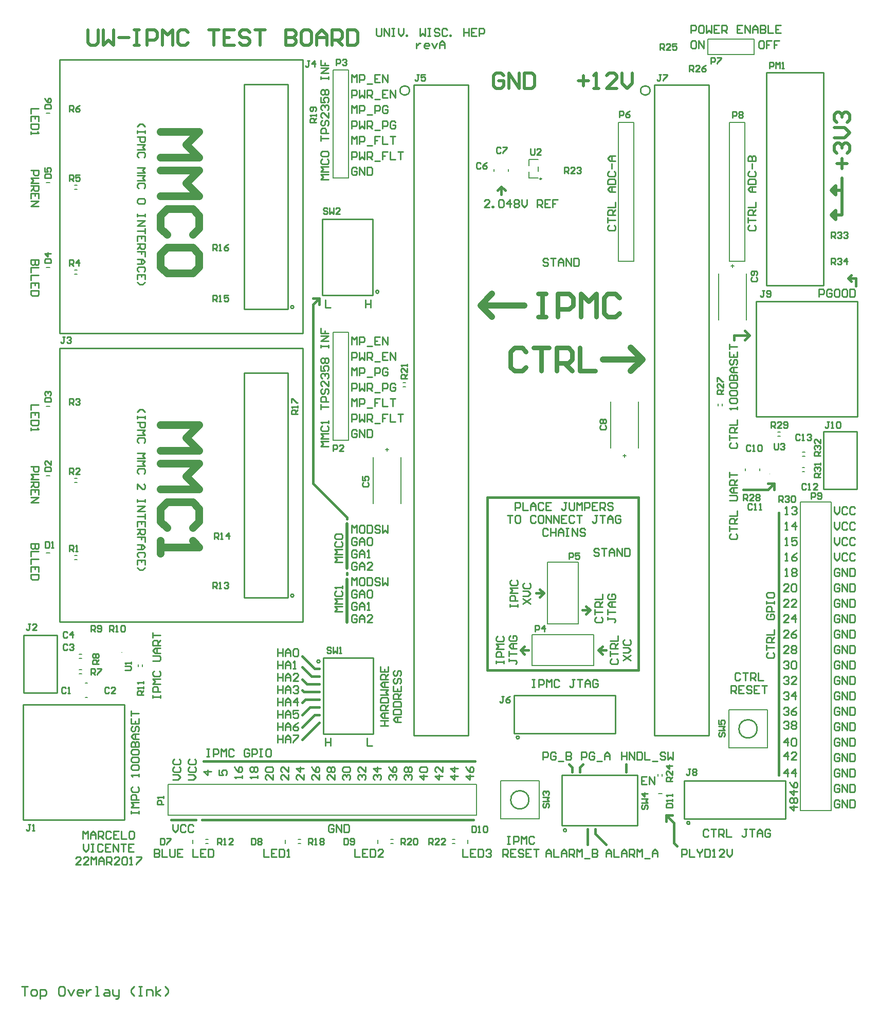
<source format=gbr>
G04 Layer_Color=65535*
%FSLAX24Y24*%
%MOIN*%
%TF.FileFunction,Legend,Top*%
%TF.Part,Single*%
G01*
G75*
%TA.AperFunction,NonConductor*%
%ADD45C,0.0100*%
%ADD63C,0.0400*%
%ADD126C,0.0039*%
%ADD127C,0.0098*%
%ADD128C,0.0079*%
%ADD129C,0.0150*%
%ADD130C,0.0200*%
%ADD131C,0.0500*%
%ADD132C,0.0300*%
D45*
X19340Y13672D02*
G03*
X19340Y13672I-98J0D01*
G01*
X35326Y2728D02*
G03*
X35326Y2728I-98J0D01*
G01*
X47691Y9300D02*
G03*
X47691Y9300I-591J0D01*
G01*
X17641Y17932D02*
G03*
X17641Y17932I-98J0D01*
G01*
Y36637D02*
G03*
X17641Y36637I-98J0D01*
G01*
X40745Y50673D02*
G03*
X40745Y50673I-307J0D01*
G01*
X25145D02*
G03*
X25145Y50673I-307J0D01*
G01*
X32267Y8743D02*
G03*
X32267Y8743I-98J0D01*
G01*
X43329Y3204D02*
G03*
X43329Y3204I-98J0D01*
G01*
X32891Y4700D02*
G03*
X32891Y4700I-591J0D01*
G01*
X23157Y37628D02*
G03*
X23157Y37628I-98J0D01*
G01*
X19557Y8968D02*
Y13889D01*
Y8968D02*
X22805D01*
Y13889D01*
X19557D02*
X22805D01*
X35011Y3043D02*
X39932D01*
Y6291D01*
X35011D02*
X39932D01*
X35011Y3043D02*
Y6291D01*
X6669Y3388D02*
Y10869D01*
X94Y3388D02*
X6669D01*
X94D02*
Y10869D01*
X6669D01*
X47632Y29532D02*
X54206D01*
Y37012D01*
X47632D02*
X54206D01*
X47632Y29532D02*
Y37012D01*
X14432Y17814D02*
X17267D01*
X14432D02*
Y32381D01*
X17267D01*
Y17814D02*
Y32381D01*
X18212Y16239D02*
Y33956D01*
X2464Y16239D02*
X18212D01*
X2464D02*
Y33956D01*
X18212D01*
X2464Y52661D02*
X18212D01*
X2464Y34944D02*
Y52661D01*
Y34944D02*
X18212D01*
Y52661D01*
X17267Y36519D02*
Y51086D01*
X14432D02*
X17267D01*
X14432Y36519D02*
Y51086D01*
Y36519D02*
X17267D01*
X41028Y51028D02*
X42800D01*
X41028Y24945D02*
Y51028D01*
Y8980D02*
Y24945D01*
Y8882D02*
Y8980D01*
Y8882D02*
X42800D01*
X44572D01*
Y9098D01*
Y38980D01*
Y51028D01*
X42800D02*
X44572D01*
X27200D02*
X28972D01*
Y38980D02*
Y51028D01*
Y9098D02*
Y38980D01*
Y8882D02*
Y9098D01*
X27200Y8882D02*
X28972D01*
X25428D02*
X27200D01*
X25428D02*
Y8980D01*
Y24945D01*
Y51028D01*
X27200D01*
X31913Y8998D02*
Y10239D01*
Y11479D01*
X35190D01*
X31913Y8998D02*
X35190D01*
X35200D02*
X38478D01*
X35200Y11479D02*
X38478D01*
Y10239D02*
Y11479D01*
Y8998D02*
Y10239D01*
X49540Y3460D02*
Y4700D01*
Y5940D01*
X46262D02*
X49540D01*
X46262Y3460D02*
X49540D01*
X42975D02*
X46252D01*
X42975Y5940D02*
X46252D01*
X42975Y4700D02*
Y5940D01*
Y3460D02*
Y4700D01*
X127Y15370D02*
X2292D01*
Y11630D02*
Y15370D01*
X127Y11630D02*
X2292D01*
X127D02*
Y15370D01*
X54173Y24830D02*
Y28570D01*
X52008D02*
X54173D01*
X52008Y24830D02*
Y28570D01*
Y24830D02*
X54173D01*
X22743Y37411D02*
Y42332D01*
X19495D02*
X22743D01*
X19495Y37411D02*
Y42332D01*
Y37411D02*
X22743D01*
X48300Y38050D02*
X52000D01*
Y51850D01*
X48300D02*
X52000D01*
X48300Y38050D02*
Y51850D01*
X37244Y16533D02*
X37160Y16450D01*
Y16283D01*
X37244Y16200D01*
X37577D01*
X37660Y16283D01*
Y16450D01*
X37577Y16533D01*
X37160Y16700D02*
Y17033D01*
Y16866D01*
X37660D01*
Y17200D02*
X37160D01*
Y17450D01*
X37244Y17533D01*
X37410D01*
X37494Y17450D01*
Y17200D01*
Y17366D02*
X37660Y17533D01*
X37160Y17700D02*
X37660D01*
Y18033D01*
X38000Y16533D02*
Y16367D01*
Y16450D01*
X38417D01*
X38500Y16367D01*
Y16283D01*
X38417Y16200D01*
X38000Y16700D02*
Y17033D01*
Y16866D01*
X38500D01*
Y17200D02*
X38167D01*
X38000Y17366D01*
X38167Y17533D01*
X38500D01*
X38250D01*
Y17200D01*
X38083Y18033D02*
X38000Y17949D01*
Y17783D01*
X38083Y17700D01*
X38417D01*
X38500Y17783D01*
Y17949D01*
X38417Y18033D01*
X38250D01*
Y17866D01*
X38244Y13833D02*
X38160Y13750D01*
Y13583D01*
X38244Y13500D01*
X38577D01*
X38660Y13583D01*
Y13750D01*
X38577Y13833D01*
X38160Y14000D02*
Y14333D01*
Y14166D01*
X38660D01*
Y14500D02*
X38160D01*
Y14750D01*
X38244Y14833D01*
X38410D01*
X38494Y14750D01*
Y14500D01*
Y14666D02*
X38660Y14833D01*
X38160Y15000D02*
X38660D01*
Y15333D01*
X39000Y13750D02*
X39500Y14083D01*
X39000D02*
X39500Y13750D01*
X39000Y14250D02*
X39333D01*
X39500Y14416D01*
X39333Y14583D01*
X39000D01*
X39083Y15083D02*
X39000Y15000D01*
Y14833D01*
X39083Y14750D01*
X39417D01*
X39500Y14833D01*
Y15000D01*
X39417Y15083D01*
X32000Y23480D02*
Y23979D01*
X32250D01*
X32333Y23896D01*
Y23730D01*
X32250Y23646D01*
X32000D01*
X32500Y23979D02*
Y23480D01*
X32833D01*
X33000D02*
Y23813D01*
X33166Y23979D01*
X33333Y23813D01*
Y23480D01*
Y23730D01*
X33000D01*
X33833Y23896D02*
X33749Y23979D01*
X33583D01*
X33499Y23896D01*
Y23563D01*
X33583Y23480D01*
X33749D01*
X33833Y23563D01*
X34332Y23979D02*
X33999D01*
Y23480D01*
X34332D01*
X33999Y23730D02*
X34166D01*
X35332Y23979D02*
X35165D01*
X35249D01*
Y23563D01*
X35165Y23480D01*
X35082D01*
X34999Y23563D01*
X35499Y23979D02*
Y23563D01*
X35582Y23480D01*
X35749D01*
X35832Y23563D01*
Y23979D01*
X35999Y23480D02*
Y23979D01*
X36165Y23813D01*
X36332Y23979D01*
Y23480D01*
X36498D02*
Y23979D01*
X36748D01*
X36832Y23896D01*
Y23730D01*
X36748Y23646D01*
X36498D01*
X37331Y23979D02*
X36998D01*
Y23480D01*
X37331D01*
X36998Y23730D02*
X37165D01*
X37498Y23480D02*
Y23979D01*
X37748D01*
X37831Y23896D01*
Y23730D01*
X37748Y23646D01*
X37498D01*
X37665D02*
X37831Y23480D01*
X38331Y23896D02*
X38248Y23979D01*
X38081D01*
X37998Y23896D01*
Y23813D01*
X38081Y23730D01*
X38248D01*
X38331Y23646D01*
Y23563D01*
X38248Y23480D01*
X38081D01*
X37998Y23563D01*
X31500Y23140D02*
X31833D01*
X31667D01*
Y22640D01*
X32250Y23140D02*
X32083D01*
X32000Y23056D01*
Y22723D01*
X32083Y22640D01*
X32250D01*
X32333Y22723D01*
Y23056D01*
X32250Y23140D01*
X33333Y23056D02*
X33249Y23140D01*
X33083D01*
X33000Y23056D01*
Y22723D01*
X33083Y22640D01*
X33249D01*
X33333Y22723D01*
X33749Y23140D02*
X33583D01*
X33499Y23056D01*
Y22723D01*
X33583Y22640D01*
X33749D01*
X33833Y22723D01*
Y23056D01*
X33749Y23140D01*
X33999Y22640D02*
Y23140D01*
X34332Y22640D01*
Y23140D01*
X34499Y22640D02*
Y23140D01*
X34832Y22640D01*
Y23140D01*
X35332D02*
X34999D01*
Y22640D01*
X35332D01*
X34999Y22890D02*
X35165D01*
X35832Y23056D02*
X35749Y23140D01*
X35582D01*
X35499Y23056D01*
Y22723D01*
X35582Y22640D01*
X35749D01*
X35832Y22723D01*
X35999Y23140D02*
X36332D01*
X36165D01*
Y22640D01*
X37331Y23140D02*
X37165D01*
X37248D01*
Y22723D01*
X37165Y22640D01*
X37082D01*
X36998Y22723D01*
X37498Y23140D02*
X37831D01*
X37665D01*
Y22640D01*
X37998D02*
Y22973D01*
X38165Y23140D01*
X38331Y22973D01*
Y22640D01*
Y22890D01*
X37998D01*
X38831Y23056D02*
X38748Y23140D01*
X38581D01*
X38498Y23056D01*
Y22723D01*
X38581Y22640D01*
X38748D01*
X38831Y22723D01*
Y22890D01*
X38664D01*
X34124Y22217D02*
X34041Y22300D01*
X33874D01*
X33791Y22217D01*
Y21883D01*
X33874Y21800D01*
X34041D01*
X34124Y21883D01*
X34291Y22300D02*
Y21800D01*
Y22050D01*
X34624D01*
Y22300D01*
Y21800D01*
X34791D02*
Y22133D01*
X34957Y22300D01*
X35124Y22133D01*
Y21800D01*
Y22050D01*
X34791D01*
X35290Y22300D02*
X35457D01*
X35374D01*
Y21800D01*
X35290D01*
X35457D01*
X35707D02*
Y22300D01*
X36040Y21800D01*
Y22300D01*
X36540Y22217D02*
X36457Y22300D01*
X36290D01*
X36207Y22217D01*
Y22133D01*
X36290Y22050D01*
X36457D01*
X36540Y21967D01*
Y21883D01*
X36457Y21800D01*
X36290D01*
X36207Y21883D01*
X23260Y9500D02*
X23760D01*
X23510D01*
Y9833D01*
X23260D01*
X23760D01*
Y10000D02*
X23427D01*
X23260Y10166D01*
X23427Y10333D01*
X23760D01*
X23510D01*
Y10000D01*
X23760Y10500D02*
X23260D01*
Y10750D01*
X23344Y10833D01*
X23510D01*
X23594Y10750D01*
Y10500D01*
Y10666D02*
X23760Y10833D01*
X23260Y11000D02*
X23760D01*
Y11249D01*
X23677Y11333D01*
X23344D01*
X23260Y11249D01*
Y11000D01*
Y11499D02*
X23760D01*
X23594Y11666D01*
X23760Y11833D01*
X23260D01*
X23760Y11999D02*
X23427D01*
X23260Y12166D01*
X23427Y12332D01*
X23760D01*
X23510D01*
Y11999D01*
X23760Y12499D02*
X23260D01*
Y12749D01*
X23344Y12832D01*
X23510D01*
X23594Y12749D01*
Y12499D01*
Y12666D02*
X23760Y12832D01*
X23260Y13332D02*
Y12999D01*
X23760D01*
Y13332D01*
X23510Y12999D02*
Y13165D01*
X24600Y9750D02*
X24267D01*
X24100Y9917D01*
X24267Y10083D01*
X24600D01*
X24350D01*
Y9750D01*
X24100Y10250D02*
X24600D01*
Y10500D01*
X24517Y10583D01*
X24183D01*
X24100Y10500D01*
Y10250D01*
Y10750D02*
X24600D01*
Y11000D01*
X24517Y11083D01*
X24183D01*
X24100Y11000D01*
Y10750D01*
X24600Y11249D02*
X24100D01*
Y11499D01*
X24183Y11583D01*
X24350D01*
X24433Y11499D01*
Y11249D01*
Y11416D02*
X24600Y11583D01*
X24100Y12083D02*
Y11749D01*
X24600D01*
Y12083D01*
X24350Y11749D02*
Y11916D01*
X24183Y12582D02*
X24100Y12499D01*
Y12332D01*
X24183Y12249D01*
X24267D01*
X24350Y12332D01*
Y12499D01*
X24433Y12582D01*
X24517D01*
X24600Y12499D01*
Y12332D01*
X24517Y12249D01*
X24183Y13082D02*
X24100Y12999D01*
Y12832D01*
X24183Y12749D01*
X24267D01*
X24350Y12832D01*
Y12999D01*
X24433Y13082D01*
X24517D01*
X24600Y12999D01*
Y12832D01*
X24517Y12749D01*
X46583Y12856D02*
X46500Y12940D01*
X46333D01*
X46250Y12856D01*
Y12523D01*
X46333Y12440D01*
X46500D01*
X46583Y12523D01*
X46750Y12940D02*
X47083D01*
X46916D01*
Y12440D01*
X47250D02*
Y12940D01*
X47500D01*
X47583Y12856D01*
Y12690D01*
X47500Y12606D01*
X47250D01*
X47416D02*
X47583Y12440D01*
X47749Y12940D02*
Y12440D01*
X48083D01*
X46000Y11600D02*
Y12100D01*
X46250D01*
X46333Y12017D01*
Y11850D01*
X46250Y11767D01*
X46000D01*
X46167D02*
X46333Y11600D01*
X46833Y12100D02*
X46500D01*
Y11600D01*
X46833D01*
X46500Y11850D02*
X46666D01*
X47333Y12017D02*
X47250Y12100D01*
X47083D01*
X47000Y12017D01*
Y11933D01*
X47083Y11850D01*
X47250D01*
X47333Y11767D01*
Y11683D01*
X47250Y11600D01*
X47083D01*
X47000Y11683D01*
X47833Y12100D02*
X47500D01*
Y11600D01*
X47833D01*
X47500Y11850D02*
X47666D01*
X47999Y12100D02*
X48333D01*
X48166D01*
Y11600D01*
X31492Y2340D02*
X31658D01*
X31575D01*
Y1840D01*
X31492D01*
X31658D01*
X31908D02*
Y2340D01*
X32158D01*
X32241Y2256D01*
Y2090D01*
X32158Y2006D01*
X31908D01*
X32408Y1840D02*
Y2340D01*
X32575Y2173D01*
X32741Y2340D01*
Y1840D01*
X33241Y2256D02*
X33158Y2340D01*
X32991D01*
X32908Y2256D01*
Y1923D01*
X32991Y1840D01*
X33158D01*
X33241Y1923D01*
X31200Y1000D02*
Y1500D01*
X31450D01*
X31533Y1417D01*
Y1250D01*
X31450Y1167D01*
X31200D01*
X31367D02*
X31533Y1000D01*
X32033Y1500D02*
X31700D01*
Y1000D01*
X32033D01*
X31700Y1250D02*
X31866D01*
X32533Y1417D02*
X32450Y1500D01*
X32283D01*
X32200Y1417D01*
Y1333D01*
X32283Y1250D01*
X32450D01*
X32533Y1167D01*
Y1083D01*
X32450Y1000D01*
X32283D01*
X32200Y1083D01*
X33033Y1500D02*
X32700D01*
Y1000D01*
X33033D01*
X32700Y1250D02*
X32866D01*
X33199Y1500D02*
X33533D01*
X33366D01*
Y1000D01*
X31660Y17200D02*
Y17367D01*
Y17283D01*
X32160D01*
Y17200D01*
Y17367D01*
Y17617D02*
X31660D01*
Y17866D01*
X31744Y17950D01*
X31910D01*
X31994Y17866D01*
Y17617D01*
X32160Y18116D02*
X31660D01*
X31827Y18283D01*
X31660Y18450D01*
X32160D01*
X31744Y18949D02*
X31660Y18866D01*
Y18700D01*
X31744Y18616D01*
X32077D01*
X32160Y18700D01*
Y18866D01*
X32077Y18949D01*
X32500Y17408D02*
X33000Y17741D01*
X32500D02*
X33000Y17408D01*
X32500Y17908D02*
X32833D01*
X33000Y18075D01*
X32833Y18241D01*
X32500D01*
X32583Y18741D02*
X32500Y18658D01*
Y18491D01*
X32583Y18408D01*
X32917D01*
X33000Y18491D01*
Y18658D01*
X32917Y18741D01*
X3958Y2180D02*
Y2679D01*
X4125Y2513D01*
X4291Y2679D01*
Y2180D01*
X4458D02*
Y2513D01*
X4625Y2679D01*
X4791Y2513D01*
Y2180D01*
Y2430D01*
X4458D01*
X4958Y2180D02*
Y2679D01*
X5208D01*
X5291Y2596D01*
Y2430D01*
X5208Y2346D01*
X4958D01*
X5124D02*
X5291Y2180D01*
X5791Y2596D02*
X5708Y2679D01*
X5541D01*
X5458Y2596D01*
Y2263D01*
X5541Y2180D01*
X5708D01*
X5791Y2263D01*
X6291Y2679D02*
X5958D01*
Y2180D01*
X6291D01*
X5958Y2430D02*
X6124D01*
X6457Y2679D02*
Y2180D01*
X6791D01*
X7207Y2679D02*
X7041D01*
X6957Y2596D01*
Y2263D01*
X7041Y2180D01*
X7207D01*
X7290Y2263D01*
Y2596D01*
X7207Y2679D01*
X4000Y1840D02*
Y1506D01*
X4166Y1340D01*
X4333Y1506D01*
Y1840D01*
X4500D02*
X4666D01*
X4583D01*
Y1340D01*
X4500D01*
X4666D01*
X5249Y1756D02*
X5166Y1840D01*
X5000D01*
X4916Y1756D01*
Y1423D01*
X5000Y1340D01*
X5166D01*
X5249Y1423D01*
X5749Y1840D02*
X5416D01*
Y1340D01*
X5749D01*
X5416Y1590D02*
X5583D01*
X5916Y1340D02*
Y1840D01*
X6249Y1340D01*
Y1840D01*
X6416D02*
X6749D01*
X6582D01*
Y1340D01*
X7249Y1840D02*
X6916D01*
Y1340D01*
X7249D01*
X6916Y1590D02*
X7082D01*
X3833Y500D02*
X3500D01*
X3833Y833D01*
Y917D01*
X3750Y1000D01*
X3583D01*
X3500Y917D01*
X4333Y500D02*
X4000D01*
X4333Y833D01*
Y917D01*
X4250Y1000D01*
X4083D01*
X4000Y917D01*
X4500Y500D02*
Y1000D01*
X4666Y833D01*
X4833Y1000D01*
Y500D01*
X5000D02*
Y833D01*
X5166Y1000D01*
X5333Y833D01*
Y500D01*
Y750D01*
X5000D01*
X5499Y500D02*
Y1000D01*
X5749D01*
X5833Y917D01*
Y750D01*
X5749Y667D01*
X5499D01*
X5666D02*
X5833Y500D01*
X6332D02*
X5999D01*
X6332Y833D01*
Y917D01*
X6249Y1000D01*
X6083D01*
X5999Y917D01*
X6499D02*
X6582Y1000D01*
X6749D01*
X6832Y917D01*
Y583D01*
X6749Y500D01*
X6582D01*
X6499Y583D01*
Y917D01*
X6999Y500D02*
X7165D01*
X7082D01*
Y1000D01*
X6999Y917D01*
X7415Y1000D02*
X7749D01*
Y917D01*
X7415Y583D01*
Y500D01*
X30760Y13542D02*
Y13708D01*
Y13625D01*
X31260D01*
Y13542D01*
Y13708D01*
Y13958D02*
X30760D01*
Y14208D01*
X30844Y14291D01*
X31010D01*
X31094Y14208D01*
Y13958D01*
X31260Y14458D02*
X30760D01*
X30927Y14625D01*
X30760Y14791D01*
X31260D01*
X30844Y15291D02*
X30760Y15208D01*
Y15041D01*
X30844Y14958D01*
X31177D01*
X31260Y15041D01*
Y15208D01*
X31177Y15291D01*
X31600Y13833D02*
Y13667D01*
Y13750D01*
X32017D01*
X32100Y13667D01*
Y13583D01*
X32017Y13500D01*
X31600Y14000D02*
Y14333D01*
Y14166D01*
X32100D01*
Y14500D02*
X31767D01*
X31600Y14666D01*
X31767Y14833D01*
X32100D01*
X31850D01*
Y14500D01*
X31683Y15333D02*
X31600Y15249D01*
Y15083D01*
X31683Y15000D01*
X32017D01*
X32100Y15083D01*
Y15249D01*
X32017Y15333D01*
X31850D01*
Y15166D01*
X47267Y27633D02*
X47200Y27700D01*
X47067D01*
X47000Y27633D01*
Y27367D01*
X47067Y27300D01*
X47200D01*
X47267Y27367D01*
X47400Y27300D02*
X47533D01*
X47467D01*
Y27700D01*
X47400Y27633D01*
X47733D02*
X47800Y27700D01*
X47933D01*
X48000Y27633D01*
Y27367D01*
X47933Y27300D01*
X47800D01*
X47733Y27367D01*
Y27633D01*
X5667Y11933D02*
X5600Y12000D01*
X5467D01*
X5400Y11933D01*
Y11667D01*
X5467Y11600D01*
X5600D01*
X5667Y11667D01*
X6066Y11600D02*
X5800D01*
X6066Y11867D01*
Y11933D01*
X6000Y12000D01*
X5867D01*
X5800Y11933D01*
X4500Y15600D02*
Y16000D01*
X4700D01*
X4767Y15933D01*
Y15800D01*
X4700Y15733D01*
X4500D01*
X4633D02*
X4767Y15600D01*
X4900Y15667D02*
X4967Y15600D01*
X5100D01*
X5166Y15667D01*
Y15933D01*
X5100Y16000D01*
X4967D01*
X4900Y15933D01*
Y15867D01*
X4967Y15800D01*
X5166D01*
X49100Y24000D02*
Y24400D01*
X49300D01*
X49367Y24333D01*
Y24200D01*
X49300Y24133D01*
X49100D01*
X49233D02*
X49367Y24000D01*
X49500Y24333D02*
X49567Y24400D01*
X49700D01*
X49766Y24333D01*
Y24267D01*
X49700Y24200D01*
X49633D01*
X49700D01*
X49766Y24133D01*
Y24067D01*
X49700Y24000D01*
X49567D01*
X49500Y24067D01*
X49900Y24333D02*
X49966Y24400D01*
X50100D01*
X50166Y24333D01*
Y24067D01*
X50100Y24000D01*
X49966D01*
X49900Y24067D01*
Y24333D01*
X5700Y15600D02*
Y16000D01*
X5900D01*
X5967Y15933D01*
Y15800D01*
X5900Y15733D01*
X5700D01*
X5833D02*
X5967Y15600D01*
X6100D02*
X6233D01*
X6167D01*
Y16000D01*
X6100Y15933D01*
X6433D02*
X6500Y16000D01*
X6633D01*
X6700Y15933D01*
Y15667D01*
X6633Y15600D01*
X6500D01*
X6433Y15667D01*
Y15933D01*
X46800Y24100D02*
Y24500D01*
X47000D01*
X47067Y24433D01*
Y24300D01*
X47000Y24233D01*
X46800D01*
X46933D02*
X47067Y24100D01*
X47466D02*
X47200D01*
X47466Y24367D01*
Y24433D01*
X47400Y24500D01*
X47267D01*
X47200Y24433D01*
X47600D02*
X47666Y24500D01*
X47800D01*
X47866Y24433D01*
Y24367D01*
X47800Y24300D01*
X47866Y24233D01*
Y24167D01*
X47800Y24100D01*
X47666D01*
X47600Y24167D01*
Y24233D01*
X47666Y24300D01*
X47600Y24367D01*
Y24433D01*
X47666Y24300D02*
X47800D01*
X48800Y27800D02*
Y27467D01*
X48867Y27400D01*
X49000D01*
X49067Y27467D01*
Y27800D01*
X49200Y27733D02*
X49267Y27800D01*
X49400D01*
X49466Y27733D01*
Y27667D01*
X49400Y27600D01*
X49333D01*
X49400D01*
X49466Y27533D01*
Y27467D01*
X49400Y27400D01*
X49267D01*
X49200Y27467D01*
X51800Y27000D02*
X51400D01*
Y27200D01*
X51467Y27267D01*
X51600D01*
X51667Y27200D01*
Y27000D01*
Y27133D02*
X51800Y27267D01*
X51467Y27400D02*
X51400Y27467D01*
Y27600D01*
X51467Y27666D01*
X51533D01*
X51600Y27600D01*
Y27533D01*
Y27600D01*
X51667Y27666D01*
X51733D01*
X51800Y27600D01*
Y27467D01*
X51733Y27400D01*
X51800Y28066D02*
Y27800D01*
X51533Y28066D01*
X51467D01*
X51400Y28000D01*
Y27866D01*
X51467Y27800D01*
X45500Y31000D02*
X45100D01*
Y31200D01*
X45167Y31267D01*
X45300D01*
X45367Y31200D01*
Y31000D01*
Y31133D02*
X45500Y31267D01*
Y31666D02*
Y31400D01*
X45233Y31666D01*
X45167D01*
X45100Y31600D01*
Y31467D01*
X45167Y31400D01*
X45100Y31800D02*
Y32066D01*
X45167D01*
X45433Y31800D01*
X45500D01*
X51800Y25600D02*
X51400D01*
Y25800D01*
X51467Y25867D01*
X51600D01*
X51667Y25800D01*
Y25600D01*
Y25733D02*
X51800Y25867D01*
X51467Y26000D02*
X51400Y26067D01*
Y26200D01*
X51467Y26266D01*
X51533D01*
X51600Y26200D01*
Y26133D01*
Y26200D01*
X51667Y26266D01*
X51733D01*
X51800Y26200D01*
Y26067D01*
X51733Y26000D01*
X51800Y26400D02*
Y26533D01*
Y26466D01*
X51400D01*
X51467Y26400D01*
X48600Y28800D02*
Y29200D01*
X48800D01*
X48867Y29133D01*
Y29000D01*
X48800Y28933D01*
X48600D01*
X48733D02*
X48867Y28800D01*
X49266D02*
X49000D01*
X49266Y29067D01*
Y29133D01*
X49200Y29200D01*
X49067D01*
X49000Y29133D01*
X49400Y28867D02*
X49466Y28800D01*
X49600D01*
X49666Y28867D01*
Y29133D01*
X49600Y29200D01*
X49466D01*
X49400Y29133D01*
Y29067D01*
X49466Y29000D01*
X49666D01*
X52367Y29200D02*
X52233D01*
X52300D01*
Y28867D01*
X52233Y28800D01*
X52167D01*
X52100Y28867D01*
X52500Y28800D02*
X52633D01*
X52567D01*
Y29200D01*
X52500Y29133D01*
X52833D02*
X52900Y29200D01*
X53033D01*
X53100Y29133D01*
Y28867D01*
X53033Y28800D01*
X52900D01*
X52833Y28867D01*
Y29133D01*
X50467Y28333D02*
X50400Y28400D01*
X50267D01*
X50200Y28333D01*
Y28067D01*
X50267Y28000D01*
X50400D01*
X50467Y28067D01*
X50600Y28000D02*
X50733D01*
X50667D01*
Y28400D01*
X50600Y28333D01*
X50933D02*
X51000Y28400D01*
X51133D01*
X51200Y28333D01*
Y28267D01*
X51133Y28200D01*
X51066D01*
X51133D01*
X51200Y28133D01*
Y28067D01*
X51133Y28000D01*
X51000D01*
X50933Y28067D01*
X50867Y25133D02*
X50800Y25200D01*
X50667D01*
X50600Y25133D01*
Y24867D01*
X50667Y24800D01*
X50800D01*
X50867Y24867D01*
X51000Y24800D02*
X51133D01*
X51067D01*
Y25200D01*
X51000Y25133D01*
X51600Y24800D02*
X51333D01*
X51600Y25067D01*
Y25133D01*
X51533Y25200D01*
X51400D01*
X51333Y25133D01*
X47367Y23833D02*
X47300Y23900D01*
X47167D01*
X47100Y23833D01*
Y23567D01*
X47167Y23500D01*
X47300D01*
X47367Y23567D01*
X47500Y23500D02*
X47633D01*
X47567D01*
Y23900D01*
X47500Y23833D01*
X47833Y23500D02*
X47966D01*
X47900D01*
Y23900D01*
X47833Y23833D01*
X47367Y38567D02*
X47300Y38500D01*
Y38367D01*
X47367Y38300D01*
X47633D01*
X47700Y38367D01*
Y38500D01*
X47633Y38567D01*
Y38700D02*
X47700Y38767D01*
Y38900D01*
X47633Y38966D01*
X47367D01*
X47300Y38900D01*
Y38767D01*
X47367Y38700D01*
X47433D01*
X47500Y38767D01*
Y38966D01*
X37567Y28967D02*
X37500Y28900D01*
Y28767D01*
X37567Y28700D01*
X37833D01*
X37900Y28767D01*
Y28900D01*
X37833Y28967D01*
X37567Y29100D02*
X37500Y29167D01*
Y29300D01*
X37567Y29366D01*
X37633D01*
X37700Y29300D01*
X37767Y29366D01*
X37833D01*
X37900Y29300D01*
Y29167D01*
X37833Y29100D01*
X37767D01*
X37700Y29167D01*
X37633Y29100D01*
X37567D01*
X37700Y29167D02*
Y29300D01*
X22167Y25267D02*
X22100Y25200D01*
Y25067D01*
X22167Y25000D01*
X22433D01*
X22500Y25067D01*
Y25200D01*
X22433Y25267D01*
X22100Y25666D02*
Y25400D01*
X22300D01*
X22233Y25533D01*
Y25600D01*
X22300Y25666D01*
X22433D01*
X22500Y25600D01*
Y25467D01*
X22433Y25400D01*
X9000Y2200D02*
Y1800D01*
X9200D01*
X9267Y1867D01*
Y2133D01*
X9200Y2200D01*
X9000D01*
X9400D02*
X9666D01*
Y2133D01*
X9400Y1867D01*
Y1800D01*
X14900Y2200D02*
Y1800D01*
X15100D01*
X15167Y1867D01*
Y2133D01*
X15100Y2200D01*
X14900D01*
X15300Y2133D02*
X15367Y2200D01*
X15500D01*
X15566Y2133D01*
Y2067D01*
X15500Y2000D01*
X15566Y1933D01*
Y1867D01*
X15500Y1800D01*
X15367D01*
X15300Y1867D01*
Y1933D01*
X15367Y2000D01*
X15300Y2067D01*
Y2133D01*
X15367Y2000D02*
X15500D01*
X20900Y2200D02*
Y1800D01*
X21100D01*
X21167Y1867D01*
Y2133D01*
X21100Y2200D01*
X20900D01*
X21300Y1867D02*
X21367Y1800D01*
X21500D01*
X21566Y1867D01*
Y2133D01*
X21500Y2200D01*
X21367D01*
X21300Y2133D01*
Y2067D01*
X21367Y2000D01*
X21566D01*
X29200Y3000D02*
Y2600D01*
X29400D01*
X29467Y2667D01*
Y2933D01*
X29400Y3000D01*
X29200D01*
X29600Y2600D02*
X29733D01*
X29667D01*
Y3000D01*
X29600Y2933D01*
X29933D02*
X30000Y3000D01*
X30133D01*
X30200Y2933D01*
Y2667D01*
X30133Y2600D01*
X30000D01*
X29933Y2667D01*
Y2933D01*
X41800Y4200D02*
X42200D01*
Y4400D01*
X42133Y4467D01*
X41867D01*
X41800Y4400D01*
Y4200D01*
X42200Y4600D02*
Y4733D01*
Y4667D01*
X41800D01*
X41867Y4600D01*
X42200Y4933D02*
Y5066D01*
Y5000D01*
X41800D01*
X41867Y4933D01*
X1500Y45000D02*
X1900D01*
Y45200D01*
X1833Y45267D01*
X1567D01*
X1500Y45200D01*
Y45000D01*
Y45666D02*
Y45400D01*
X1700D01*
X1633Y45533D01*
Y45600D01*
X1700Y45666D01*
X1833D01*
X1900Y45600D01*
Y45467D01*
X1833Y45400D01*
X1500Y26000D02*
X1900D01*
Y26200D01*
X1833Y26267D01*
X1567D01*
X1500Y26200D01*
Y26000D01*
X1900Y26666D02*
Y26400D01*
X1633Y26666D01*
X1567D01*
X1500Y26600D01*
Y26467D01*
X1567Y26400D01*
X1500Y39500D02*
X1900D01*
Y39700D01*
X1833Y39767D01*
X1567D01*
X1500Y39700D01*
Y39500D01*
X1900Y40100D02*
X1500D01*
X1700Y39900D01*
Y40166D01*
X1527Y21427D02*
Y21027D01*
X1727D01*
X1794Y21094D01*
Y21361D01*
X1727Y21427D01*
X1527D01*
X1927Y21027D02*
X2061D01*
X1994D01*
Y21427D01*
X1927Y21361D01*
X1500Y49500D02*
X1900D01*
Y49700D01*
X1833Y49767D01*
X1567D01*
X1500Y49700D01*
Y49500D01*
Y50166D02*
X1567Y50033D01*
X1700Y49900D01*
X1833D01*
X1900Y49967D01*
Y50100D01*
X1833Y50166D01*
X1767D01*
X1700Y50100D01*
Y49900D01*
X1500Y30500D02*
X1900D01*
Y30700D01*
X1833Y30767D01*
X1567D01*
X1500Y30700D01*
Y30500D01*
X1567Y30900D02*
X1500Y30967D01*
Y31100D01*
X1567Y31166D01*
X1633D01*
X1700Y31100D01*
Y31033D01*
Y31100D01*
X1767Y31166D01*
X1833D01*
X1900Y31100D01*
Y30967D01*
X1833Y30900D01*
X43367Y6700D02*
X43233D01*
X43300D01*
Y6367D01*
X43233Y6300D01*
X43167D01*
X43100Y6367D01*
X43500Y6633D02*
X43567Y6700D01*
X43700D01*
X43766Y6633D01*
Y6567D01*
X43700Y6500D01*
X43766Y6433D01*
Y6367D01*
X43700Y6300D01*
X43567D01*
X43500Y6367D01*
Y6433D01*
X43567Y6500D01*
X43500Y6567D01*
Y6633D01*
X43567Y6500D02*
X43700D01*
X48167Y37700D02*
X48033D01*
X48100D01*
Y37367D01*
X48033Y37300D01*
X47967D01*
X47900Y37367D01*
X48300D02*
X48367Y37300D01*
X48500D01*
X48566Y37367D01*
Y37633D01*
X48500Y37700D01*
X48367D01*
X48300Y37633D01*
Y37567D01*
X48367Y37500D01*
X48566D01*
X31267Y11400D02*
X31133D01*
X31200D01*
Y11067D01*
X31133Y11000D01*
X31067D01*
X31000Y11067D01*
X31666Y11400D02*
X31533Y11333D01*
X31400Y11200D01*
Y11067D01*
X31467Y11000D01*
X31600D01*
X31666Y11067D01*
Y11133D01*
X31600Y11200D01*
X31400D01*
X25767Y51700D02*
X25633D01*
X25700D01*
Y51367D01*
X25633Y51300D01*
X25567D01*
X25500Y51367D01*
X26166Y51700D02*
X25900D01*
Y51500D01*
X26033Y51567D01*
X26100D01*
X26166Y51500D01*
Y51367D01*
X26100Y51300D01*
X25967D01*
X25900Y51367D01*
X567Y3100D02*
X433D01*
X500D01*
Y2767D01*
X433Y2700D01*
X367D01*
X300Y2767D01*
X700Y2700D02*
X833D01*
X767D01*
Y3100D01*
X700Y3033D01*
X18667Y52600D02*
X18533D01*
X18600D01*
Y52267D01*
X18533Y52200D01*
X18467D01*
X18400Y52267D01*
X19000Y52200D02*
Y52600D01*
X18800Y52400D01*
X19066D01*
X2784Y34707D02*
X2651D01*
X2717D01*
Y34374D01*
X2651Y34307D01*
X2584D01*
X2517Y34374D01*
X2917Y34641D02*
X2984Y34707D01*
X3117D01*
X3184Y34641D01*
Y34574D01*
X3117Y34507D01*
X3051D01*
X3117D01*
X3184Y34441D01*
Y34374D01*
X3117Y34307D01*
X2984D01*
X2917Y34374D01*
X35500Y20300D02*
Y20700D01*
X35700D01*
X35767Y20633D01*
Y20500D01*
X35700Y20433D01*
X35500D01*
X36166Y20700D02*
X35900D01*
Y20500D01*
X36033Y20567D01*
X36100D01*
X36166Y20500D01*
Y20367D01*
X36100Y20300D01*
X35967D01*
X35900Y20367D01*
X51200Y24200D02*
Y24600D01*
X51400D01*
X51467Y24533D01*
Y24400D01*
X51400Y24333D01*
X51200D01*
X51600Y24267D02*
X51667Y24200D01*
X51800D01*
X51866Y24267D01*
Y24533D01*
X51800Y24600D01*
X51667D01*
X51600Y24533D01*
Y24467D01*
X51667Y24400D01*
X51866D01*
X44700Y52400D02*
Y52800D01*
X44900D01*
X44967Y52733D01*
Y52600D01*
X44900Y52533D01*
X44700D01*
X45100Y52800D02*
X45366D01*
Y52733D01*
X45100Y52467D01*
Y52400D01*
X9200Y4400D02*
X8800D01*
Y4600D01*
X8867Y4667D01*
X9000D01*
X9067Y4600D01*
Y4400D01*
X9200Y4800D02*
Y4933D01*
Y4867D01*
X8800D01*
X8867Y4800D01*
X33300Y15600D02*
Y16000D01*
X33500D01*
X33567Y15933D01*
Y15800D01*
X33500Y15733D01*
X33300D01*
X33900Y15600D02*
Y16000D01*
X33700Y15800D01*
X33966D01*
X20400Y52300D02*
Y52700D01*
X20600D01*
X20667Y52633D01*
Y52500D01*
X20600Y52433D01*
X20400D01*
X20800Y52633D02*
X20867Y52700D01*
X21000D01*
X21066Y52633D01*
Y52567D01*
X21000Y52500D01*
X20933D01*
X21000D01*
X21066Y52433D01*
Y52367D01*
X21000Y52300D01*
X20867D01*
X20800Y52367D01*
X20200Y27300D02*
Y27700D01*
X20400D01*
X20467Y27633D01*
Y27500D01*
X20400Y27433D01*
X20200D01*
X20866Y27300D02*
X20600D01*
X20866Y27567D01*
Y27633D01*
X20800Y27700D01*
X20667D01*
X20600Y27633D01*
X48500Y52100D02*
Y52500D01*
X48700D01*
X48767Y52433D01*
Y52300D01*
X48700Y52233D01*
X48500D01*
X48900Y52100D02*
Y52500D01*
X49033Y52367D01*
X49166Y52500D01*
Y52100D01*
X49300D02*
X49433D01*
X49366D01*
Y52500D01*
X49300Y52433D01*
X43300Y51900D02*
Y52300D01*
X43500D01*
X43567Y52233D01*
Y52100D01*
X43500Y52033D01*
X43300D01*
X43433D02*
X43567Y51900D01*
X43966D02*
X43700D01*
X43966Y52167D01*
Y52233D01*
X43900Y52300D01*
X43767D01*
X43700Y52233D01*
X44366Y52300D02*
X44233Y52233D01*
X44100Y52100D01*
Y51967D01*
X44166Y51900D01*
X44300D01*
X44366Y51967D01*
Y52033D01*
X44300Y52100D01*
X44100D01*
X41400Y53300D02*
Y53700D01*
X41600D01*
X41667Y53633D01*
Y53500D01*
X41600Y53433D01*
X41400D01*
X41533D02*
X41667Y53300D01*
X42066D02*
X41800D01*
X42066Y53567D01*
Y53633D01*
X42000Y53700D01*
X41867D01*
X41800Y53633D01*
X42466Y53700D02*
X42200D01*
Y53500D01*
X42333Y53567D01*
X42400D01*
X42466Y53500D01*
Y53367D01*
X42400Y53300D01*
X42266D01*
X42200Y53367D01*
X52500Y41100D02*
Y41500D01*
X52700D01*
X52767Y41433D01*
Y41300D01*
X52700Y41233D01*
X52500D01*
X52633D02*
X52767Y41100D01*
X52900Y41433D02*
X52967Y41500D01*
X53100D01*
X53166Y41433D01*
Y41367D01*
X53100Y41300D01*
X53033D01*
X53100D01*
X53166Y41233D01*
Y41167D01*
X53100Y41100D01*
X52967D01*
X52900Y41167D01*
X53300Y41433D02*
X53366Y41500D01*
X53500D01*
X53566Y41433D01*
Y41367D01*
X53500Y41300D01*
X53433D01*
X53500D01*
X53566Y41233D01*
Y41167D01*
X53500Y41100D01*
X53366D01*
X53300Y41167D01*
X52500Y39400D02*
Y39800D01*
X52700D01*
X52767Y39733D01*
Y39600D01*
X52700Y39533D01*
X52500D01*
X52633D02*
X52767Y39400D01*
X52900Y39733D02*
X52967Y39800D01*
X53100D01*
X53166Y39733D01*
Y39667D01*
X53100Y39600D01*
X53033D01*
X53100D01*
X53166Y39533D01*
Y39467D01*
X53100Y39400D01*
X52967D01*
X52900Y39467D01*
X53500Y39400D02*
Y39800D01*
X53300Y39600D01*
X53566D01*
X12700Y1800D02*
Y2200D01*
X12900D01*
X12967Y2133D01*
Y2000D01*
X12900Y1933D01*
X12700D01*
X12833D02*
X12967Y1800D01*
X13100D02*
X13233D01*
X13167D01*
Y2200D01*
X13100Y2133D01*
X13700Y1800D02*
X13433D01*
X13700Y2067D01*
Y2133D01*
X13633Y2200D01*
X13500D01*
X13433Y2133D01*
X18600Y1800D02*
Y2200D01*
X18800D01*
X18867Y2133D01*
Y2000D01*
X18800Y1933D01*
X18600D01*
X18733D02*
X18867Y1800D01*
X19000D02*
X19133D01*
X19067D01*
Y2200D01*
X19000Y2133D01*
X19333D02*
X19400Y2200D01*
X19533D01*
X19600Y2133D01*
Y2067D01*
X19533Y2000D01*
X19600Y1933D01*
Y1867D01*
X19533Y1800D01*
X19400D01*
X19333Y1867D01*
Y1933D01*
X19400Y2000D01*
X19333Y2067D01*
Y2133D01*
X19400Y2000D02*
X19533D01*
X24600Y1800D02*
Y2200D01*
X24800D01*
X24867Y2133D01*
Y2000D01*
X24800Y1933D01*
X24600D01*
X24733D02*
X24867Y1800D01*
X25266D02*
X25000D01*
X25266Y2067D01*
Y2133D01*
X25200Y2200D01*
X25067D01*
X25000Y2133D01*
X25400D02*
X25466Y2200D01*
X25600D01*
X25666Y2133D01*
Y1867D01*
X25600Y1800D01*
X25466D01*
X25400Y1867D01*
Y2133D01*
X26400Y1800D02*
Y2200D01*
X26600D01*
X26667Y2133D01*
Y2000D01*
X26600Y1933D01*
X26400D01*
X26533D02*
X26667Y1800D01*
X27066D02*
X26800D01*
X27066Y2067D01*
Y2133D01*
X27000Y2200D01*
X26867D01*
X26800Y2133D01*
X27466Y1800D02*
X27200D01*
X27466Y2067D01*
Y2133D01*
X27400Y2200D01*
X27266D01*
X27200Y2133D01*
X35200Y45300D02*
Y45700D01*
X35400D01*
X35467Y45633D01*
Y45500D01*
X35400Y45433D01*
X35200D01*
X35333D02*
X35467Y45300D01*
X35866D02*
X35600D01*
X35866Y45567D01*
Y45633D01*
X35800Y45700D01*
X35667D01*
X35600Y45633D01*
X36000D02*
X36066Y45700D01*
X36200D01*
X36266Y45633D01*
Y45567D01*
X36200Y45500D01*
X36133D01*
X36200D01*
X36266Y45433D01*
Y45367D01*
X36200Y45300D01*
X36066D01*
X36000Y45367D01*
X42200Y5900D02*
X41800D01*
Y6100D01*
X41867Y6167D01*
X42000D01*
X42067Y6100D01*
Y5900D01*
Y6033D02*
X42200Y6167D01*
Y6566D02*
Y6300D01*
X41933Y6566D01*
X41867D01*
X41800Y6500D01*
Y6367D01*
X41867Y6300D01*
X42200Y6900D02*
X41800D01*
X42000Y6700D01*
Y6966D01*
X12500Y21600D02*
Y22000D01*
X12700D01*
X12767Y21933D01*
Y21800D01*
X12700Y21733D01*
X12500D01*
X12633D02*
X12767Y21600D01*
X12900D02*
X13033D01*
X12967D01*
Y22000D01*
X12900Y21933D01*
X13433Y21600D02*
Y22000D01*
X13233Y21800D01*
X13500D01*
X12400Y40300D02*
Y40700D01*
X12600D01*
X12667Y40633D01*
Y40500D01*
X12600Y40433D01*
X12400D01*
X12533D02*
X12667Y40300D01*
X12800D02*
X12933D01*
X12867D01*
Y40700D01*
X12800Y40633D01*
X13400Y40700D02*
X13266Y40633D01*
X13133Y40500D01*
Y40367D01*
X13200Y40300D01*
X13333D01*
X13400Y40367D01*
Y40433D01*
X13333Y40500D01*
X13133D01*
X12400Y18400D02*
Y18800D01*
X12600D01*
X12667Y18733D01*
Y18600D01*
X12600Y18533D01*
X12400D01*
X12533D02*
X12667Y18400D01*
X12800D02*
X12933D01*
X12867D01*
Y18800D01*
X12800Y18733D01*
X13133D02*
X13200Y18800D01*
X13333D01*
X13400Y18733D01*
Y18667D01*
X13333Y18600D01*
X13266D01*
X13333D01*
X13400Y18533D01*
Y18467D01*
X13333Y18400D01*
X13200D01*
X13133Y18467D01*
X19100Y48600D02*
X18700D01*
Y48800D01*
X18767Y48867D01*
X18900D01*
X18967Y48800D01*
Y48600D01*
Y48733D02*
X19100Y48867D01*
Y49000D02*
Y49133D01*
Y49067D01*
X18700D01*
X18767Y49000D01*
X19033Y49333D02*
X19100Y49400D01*
Y49533D01*
X19033Y49600D01*
X18767D01*
X18700Y49533D01*
Y49400D01*
X18767Y49333D01*
X18833D01*
X18900Y49400D01*
Y49600D01*
X12400Y37000D02*
Y37400D01*
X12600D01*
X12667Y37333D01*
Y37200D01*
X12600Y37133D01*
X12400D01*
X12533D02*
X12667Y37000D01*
X12800D02*
X12933D01*
X12867D01*
Y37400D01*
X12800Y37333D01*
X13400Y37400D02*
X13133D01*
Y37200D01*
X13266Y37267D01*
X13333D01*
X13400Y37200D01*
Y37067D01*
X13333Y37000D01*
X13200D01*
X13133Y37067D01*
X17900Y29700D02*
X17500D01*
Y29900D01*
X17567Y29967D01*
X17700D01*
X17767Y29900D01*
Y29700D01*
Y29833D02*
X17900Y29967D01*
Y30100D02*
Y30233D01*
Y30167D01*
X17500D01*
X17567Y30100D01*
X17500Y30433D02*
Y30700D01*
X17567D01*
X17833Y30433D01*
X17900D01*
X3100Y44800D02*
Y45200D01*
X3300D01*
X3367Y45133D01*
Y45000D01*
X3300Y44933D01*
X3100D01*
X3233D02*
X3367Y44800D01*
X3766Y45200D02*
X3500D01*
Y45000D01*
X3633Y45067D01*
X3700D01*
X3766Y45000D01*
Y44867D01*
X3700Y44800D01*
X3567D01*
X3500Y44867D01*
X3100Y25800D02*
Y26200D01*
X3300D01*
X3367Y26133D01*
Y26000D01*
X3300Y25933D01*
X3100D01*
X3233D02*
X3367Y25800D01*
X3766D02*
X3500D01*
X3766Y26067D01*
Y26133D01*
X3700Y26200D01*
X3567D01*
X3500Y26133D01*
X3100Y39300D02*
Y39700D01*
X3300D01*
X3367Y39633D01*
Y39500D01*
X3300Y39433D01*
X3100D01*
X3233D02*
X3367Y39300D01*
X3700D02*
Y39700D01*
X3500Y39500D01*
X3766D01*
X3100Y20800D02*
Y21200D01*
X3300D01*
X3367Y21133D01*
Y21000D01*
X3300Y20933D01*
X3100D01*
X3233D02*
X3367Y20800D01*
X3500D02*
X3633D01*
X3567D01*
Y21200D01*
X3500Y21133D01*
X3100Y49300D02*
Y49700D01*
X3300D01*
X3367Y49633D01*
Y49500D01*
X3300Y49433D01*
X3100D01*
X3233D02*
X3367Y49300D01*
X3766Y49700D02*
X3633Y49633D01*
X3500Y49500D01*
Y49367D01*
X3567Y49300D01*
X3700D01*
X3766Y49367D01*
Y49433D01*
X3700Y49500D01*
X3500D01*
X3100Y30300D02*
Y30700D01*
X3300D01*
X3367Y30633D01*
Y30500D01*
X3300Y30433D01*
X3100D01*
X3233D02*
X3367Y30300D01*
X3500Y30633D02*
X3567Y30700D01*
X3700D01*
X3766Y30633D01*
Y30567D01*
X3700Y30500D01*
X3633D01*
X3700D01*
X3766Y30433D01*
Y30367D01*
X3700Y30300D01*
X3567D01*
X3500Y30367D01*
X45267Y9067D02*
X45200Y9000D01*
Y8867D01*
X45267Y8800D01*
X45333D01*
X45400Y8867D01*
Y9000D01*
X45467Y9067D01*
X45533D01*
X45600Y9000D01*
Y8867D01*
X45533Y8800D01*
X45200Y9200D02*
X45600D01*
X45467Y9333D01*
X45600Y9466D01*
X45200D01*
Y9866D02*
Y9600D01*
X45400D01*
X45333Y9733D01*
Y9800D01*
X45400Y9866D01*
X45533D01*
X45600Y9800D01*
Y9666D01*
X45533Y9600D01*
X40267Y4367D02*
X40200Y4300D01*
Y4167D01*
X40267Y4100D01*
X40333D01*
X40400Y4167D01*
Y4300D01*
X40467Y4367D01*
X40533D01*
X40600Y4300D01*
Y4167D01*
X40533Y4100D01*
X40200Y4500D02*
X40600D01*
X40467Y4633D01*
X40600Y4766D01*
X40200D01*
X40600Y5100D02*
X40200D01*
X40400Y4900D01*
Y5166D01*
X33867Y4467D02*
X33800Y4400D01*
Y4267D01*
X33867Y4200D01*
X33933D01*
X34000Y4267D01*
Y4400D01*
X34067Y4467D01*
X34133D01*
X34200Y4400D01*
Y4267D01*
X34133Y4200D01*
X33800Y4600D02*
X34200D01*
X34067Y4733D01*
X34200Y4866D01*
X33800D01*
X33867Y5000D02*
X33800Y5066D01*
Y5200D01*
X33867Y5266D01*
X33933D01*
X34000Y5200D01*
Y5133D01*
Y5200D01*
X34067Y5266D01*
X34133D01*
X34200Y5200D01*
Y5066D01*
X34133Y5000D01*
X20067Y14533D02*
X20000Y14600D01*
X19867D01*
X19800Y14533D01*
Y14467D01*
X19867Y14400D01*
X20000D01*
X20067Y14333D01*
Y14267D01*
X20000Y14200D01*
X19867D01*
X19800Y14267D01*
X20200Y14600D02*
Y14200D01*
X20333Y14333D01*
X20466Y14200D01*
Y14600D01*
X20600Y14200D02*
X20733D01*
X20666D01*
Y14600D01*
X20600Y14533D01*
X19814Y43011D02*
X19747Y43077D01*
X19614D01*
X19547Y43011D01*
Y42944D01*
X19614Y42877D01*
X19747D01*
X19814Y42811D01*
Y42744D01*
X19747Y42677D01*
X19614D01*
X19547Y42744D01*
X19947Y43077D02*
Y42677D01*
X20081Y42811D01*
X20214Y42677D01*
Y43077D01*
X20614Y42677D02*
X20347D01*
X20614Y42944D01*
Y43011D01*
X20547Y43077D01*
X20414D01*
X20347Y43011D01*
X31067Y46933D02*
X31000Y47000D01*
X30867D01*
X30800Y46933D01*
Y46667D01*
X30867Y46600D01*
X31000D01*
X31067Y46667D01*
X31200Y47000D02*
X31466D01*
Y46933D01*
X31200Y46667D01*
Y46600D01*
X29767Y45933D02*
X29700Y46000D01*
X29567D01*
X29500Y45933D01*
Y45667D01*
X29567Y45600D01*
X29700D01*
X29767Y45667D01*
X30166Y46000D02*
X30033Y45933D01*
X29900Y45800D01*
Y45667D01*
X29967Y45600D01*
X30100D01*
X30166Y45667D01*
Y45733D01*
X30100Y45800D01*
X29900D01*
X33000Y46900D02*
Y46567D01*
X33067Y46500D01*
X33200D01*
X33267Y46567D01*
Y46900D01*
X33666Y46500D02*
X33400D01*
X33666Y46767D01*
Y46833D01*
X33600Y46900D01*
X33467D01*
X33400Y46833D01*
X38757Y48937D02*
Y49337D01*
X38957D01*
X39024Y49271D01*
Y49137D01*
X38957Y49071D01*
X38757D01*
X39424Y49337D02*
X39291Y49271D01*
X39157Y49137D01*
Y49004D01*
X39224Y48937D01*
X39357D01*
X39424Y49004D01*
Y49071D01*
X39357Y49137D01*
X39157D01*
X46100Y48900D02*
Y49300D01*
X46300D01*
X46367Y49233D01*
Y49100D01*
X46300Y49033D01*
X46100D01*
X46500Y49233D02*
X46567Y49300D01*
X46700D01*
X46766Y49233D01*
Y49167D01*
X46700Y49100D01*
X46766Y49033D01*
Y48967D01*
X46700Y48900D01*
X46567D01*
X46500Y48967D01*
Y49033D01*
X46567Y49100D01*
X46500Y49167D01*
Y49233D01*
X46567Y49100D02*
X46700D01*
X2967Y15533D02*
X2900Y15600D01*
X2767D01*
X2700Y15533D01*
Y15267D01*
X2767Y15200D01*
X2900D01*
X2967Y15267D01*
X3300Y15200D02*
Y15600D01*
X3100Y15400D01*
X3366D01*
X2967Y14733D02*
X2900Y14800D01*
X2767D01*
X2700Y14733D01*
Y14467D01*
X2767Y14400D01*
X2900D01*
X2967Y14467D01*
X3100Y14733D02*
X3167Y14800D01*
X3300D01*
X3366Y14733D01*
Y14667D01*
X3300Y14600D01*
X3233D01*
X3300D01*
X3366Y14533D01*
Y14467D01*
X3300Y14400D01*
X3167D01*
X3100Y14467D01*
X2867Y11933D02*
X2800Y12000D01*
X2667D01*
X2600Y11933D01*
Y11667D01*
X2667Y11600D01*
X2800D01*
X2867Y11667D01*
X3000Y11600D02*
X3133D01*
X3067D01*
Y12000D01*
X3000Y11933D01*
X567Y16100D02*
X433D01*
X500D01*
Y15767D01*
X433Y15700D01*
X367D01*
X300Y15767D01*
X966Y15700D02*
X700D01*
X966Y15967D01*
Y16033D01*
X900Y16100D01*
X767D01*
X700Y16033D01*
X7900Y11500D02*
X7500D01*
Y11700D01*
X7567Y11767D01*
X7700D01*
X7767Y11700D01*
Y11500D01*
Y11633D02*
X7900Y11767D01*
Y11900D02*
Y12033D01*
Y11967D01*
X7500D01*
X7567Y11900D01*
X7900Y12233D02*
Y12366D01*
Y12300D01*
X7500D01*
X7567Y12233D01*
X5000Y13500D02*
X4600D01*
Y13700D01*
X4667Y13767D01*
X4800D01*
X4867Y13700D01*
Y13500D01*
Y13633D02*
X5000Y13767D01*
X4667Y13900D02*
X4600Y13967D01*
Y14100D01*
X4667Y14166D01*
X4733D01*
X4800Y14100D01*
X4867Y14166D01*
X4933D01*
X5000Y14100D01*
Y13967D01*
X4933Y13900D01*
X4867D01*
X4800Y13967D01*
X4733Y13900D01*
X4667D01*
X4800Y13967D02*
Y14100D01*
X25000Y32000D02*
X24600D01*
Y32200D01*
X24667Y32267D01*
X24800D01*
X24867Y32200D01*
Y32000D01*
Y32133D02*
X25000Y32267D01*
Y32666D02*
Y32400D01*
X24733Y32666D01*
X24667D01*
X24600Y32600D01*
Y32467D01*
X24667Y32400D01*
X25000Y32800D02*
Y32933D01*
Y32866D01*
X24600D01*
X24667Y32800D01*
X4500Y12800D02*
Y13200D01*
X4700D01*
X4767Y13133D01*
Y13000D01*
X4700Y12933D01*
X4500D01*
X4633D02*
X4767Y12800D01*
X4900Y13200D02*
X5166D01*
Y13133D01*
X4900Y12867D01*
Y12800D01*
X6700Y13100D02*
X7033D01*
X7100Y13167D01*
Y13300D01*
X7033Y13367D01*
X6700D01*
X7100Y13500D02*
Y13633D01*
Y13567D01*
X6700D01*
X6767Y13500D01*
X41467Y51700D02*
X41333D01*
X41400D01*
Y51367D01*
X41333Y51300D01*
X41267D01*
X41200Y51367D01*
X41600Y51700D02*
X41866D01*
Y51633D01*
X41600Y51367D01*
Y51300D01*
X25600Y53733D02*
Y53400D01*
Y53567D01*
X25683Y53650D01*
X25767Y53733D01*
X25850D01*
X26350Y53400D02*
X26183D01*
X26100Y53483D01*
Y53650D01*
X26183Y53733D01*
X26350D01*
X26433Y53650D01*
Y53567D01*
X26100D01*
X26600Y53733D02*
X26766Y53400D01*
X26933Y53733D01*
X27100Y53400D02*
Y53733D01*
X27266Y53900D01*
X27433Y53733D01*
Y53400D01*
Y53650D01*
X27100D01*
X23000Y54700D02*
Y54283D01*
X23083Y54200D01*
X23250D01*
X23333Y54283D01*
Y54700D01*
X23500Y54200D02*
Y54700D01*
X23833Y54200D01*
Y54700D01*
X24000D02*
X24166D01*
X24083D01*
Y54200D01*
X24000D01*
X24166D01*
X24416Y54700D02*
Y54367D01*
X24583Y54200D01*
X24749Y54367D01*
Y54700D01*
X24916Y54200D02*
Y54283D01*
X24999D01*
Y54200D01*
X24916D01*
X25832Y54700D02*
Y54200D01*
X25999Y54367D01*
X26166Y54200D01*
Y54700D01*
X26332D02*
X26499D01*
X26416D01*
Y54200D01*
X26332D01*
X26499D01*
X27082Y54617D02*
X26999Y54700D01*
X26832D01*
X26749Y54617D01*
Y54533D01*
X26832Y54450D01*
X26999D01*
X27082Y54367D01*
Y54283D01*
X26999Y54200D01*
X26832D01*
X26749Y54283D01*
X27582Y54617D02*
X27499Y54700D01*
X27332D01*
X27249Y54617D01*
Y54283D01*
X27332Y54200D01*
X27499D01*
X27582Y54283D01*
X27748Y54200D02*
Y54283D01*
X27832D01*
Y54200D01*
X27748D01*
X28665Y54700D02*
Y54200D01*
Y54450D01*
X28998D01*
Y54700D01*
Y54200D01*
X29498Y54700D02*
X29165D01*
Y54200D01*
X29498D01*
X29165Y54450D02*
X29331D01*
X29665Y54200D02*
Y54700D01*
X29914D01*
X29998Y54617D01*
Y54450D01*
X29914Y54367D01*
X29665D01*
X19900Y27600D02*
X19400D01*
X19567Y27767D01*
X19400Y27933D01*
X19900D01*
Y28100D02*
X19400D01*
X19567Y28266D01*
X19400Y28433D01*
X19900D01*
X19483Y28933D02*
X19400Y28850D01*
Y28683D01*
X19483Y28600D01*
X19817D01*
X19900Y28683D01*
Y28850D01*
X19817Y28933D01*
X19900Y29100D02*
Y29266D01*
Y29183D01*
X19400D01*
X19483Y29100D01*
X19400Y30016D02*
Y30349D01*
Y30182D01*
X19900D01*
Y30516D02*
X19400D01*
Y30766D01*
X19483Y30849D01*
X19650D01*
X19733Y30766D01*
Y30516D01*
X19483Y31349D02*
X19400Y31265D01*
Y31099D01*
X19483Y31016D01*
X19567D01*
X19650Y31099D01*
Y31265D01*
X19733Y31349D01*
X19817D01*
X19900Y31265D01*
Y31099D01*
X19817Y31016D01*
X19900Y31849D02*
Y31515D01*
X19567Y31849D01*
X19483D01*
X19400Y31765D01*
Y31599D01*
X19483Y31515D01*
Y32015D02*
X19400Y32099D01*
Y32265D01*
X19483Y32348D01*
X19567D01*
X19650Y32265D01*
Y32182D01*
Y32265D01*
X19733Y32348D01*
X19817D01*
X19900Y32265D01*
Y32099D01*
X19817Y32015D01*
X19400Y32848D02*
Y32515D01*
X19650D01*
X19567Y32682D01*
Y32765D01*
X19650Y32848D01*
X19817D01*
X19900Y32765D01*
Y32598D01*
X19817Y32515D01*
X19483Y33015D02*
X19400Y33098D01*
Y33265D01*
X19483Y33348D01*
X19567D01*
X19650Y33265D01*
X19733Y33348D01*
X19817D01*
X19900Y33265D01*
Y33098D01*
X19817Y33015D01*
X19733D01*
X19650Y33098D01*
X19567Y33015D01*
X19483D01*
X19650Y33098D02*
Y33265D01*
X19400Y34015D02*
Y34181D01*
Y34098D01*
X19900D01*
Y34015D01*
Y34181D01*
Y34431D02*
X19400D01*
X19900Y34764D01*
X19400D01*
Y35264D02*
Y34931D01*
X19650D01*
Y35098D01*
Y34931D01*
X19900D01*
Y44900D02*
X19400D01*
X19567Y45067D01*
X19400Y45233D01*
X19900D01*
Y45400D02*
X19400D01*
X19567Y45566D01*
X19400Y45733D01*
X19900D01*
X19483Y46233D02*
X19400Y46150D01*
Y45983D01*
X19483Y45900D01*
X19817D01*
X19900Y45983D01*
Y46150D01*
X19817Y46233D01*
X19483Y46400D02*
X19400Y46483D01*
Y46649D01*
X19483Y46733D01*
X19817D01*
X19900Y46649D01*
Y46483D01*
X19817Y46400D01*
X19483D01*
X19400Y47399D02*
Y47732D01*
Y47566D01*
X19900D01*
Y47899D02*
X19400D01*
Y48149D01*
X19483Y48232D01*
X19650D01*
X19733Y48149D01*
Y47899D01*
X19483Y48732D02*
X19400Y48649D01*
Y48482D01*
X19483Y48399D01*
X19567D01*
X19650Y48482D01*
Y48649D01*
X19733Y48732D01*
X19817D01*
X19900Y48649D01*
Y48482D01*
X19817Y48399D01*
X19900Y49232D02*
Y48899D01*
X19567Y49232D01*
X19483D01*
X19400Y49149D01*
Y48982D01*
X19483Y48899D01*
Y49399D02*
X19400Y49482D01*
Y49648D01*
X19483Y49732D01*
X19567D01*
X19650Y49648D01*
Y49565D01*
Y49648D01*
X19733Y49732D01*
X19817D01*
X19900Y49648D01*
Y49482D01*
X19817Y49399D01*
X19400Y50232D02*
Y49898D01*
X19650D01*
X19567Y50065D01*
Y50148D01*
X19650Y50232D01*
X19817D01*
X19900Y50148D01*
Y49982D01*
X19817Y49898D01*
X19483Y50398D02*
X19400Y50482D01*
Y50648D01*
X19483Y50731D01*
X19567D01*
X19650Y50648D01*
X19733Y50731D01*
X19817D01*
X19900Y50648D01*
Y50482D01*
X19817Y50398D01*
X19733D01*
X19650Y50482D01*
X19567Y50398D01*
X19483D01*
X19650Y50482D02*
Y50648D01*
X19400Y51398D02*
Y51565D01*
Y51481D01*
X19900D01*
Y51398D01*
Y51565D01*
Y51814D02*
X19400D01*
X19900Y52148D01*
X19400D01*
Y52647D02*
Y52314D01*
X19650D01*
Y52481D01*
Y52314D01*
X19900D01*
X19700Y37100D02*
Y36600D01*
X20033D01*
X22300Y37100D02*
Y36600D01*
Y36850D01*
X22633D01*
Y37100D01*
Y36600D01*
X19700Y8700D02*
Y8200D01*
Y8450D01*
X20033D01*
Y8700D01*
Y8200D01*
X22400Y8700D02*
Y8200D01*
X22733D01*
X7100Y3800D02*
Y3967D01*
Y3883D01*
X7600D01*
Y3800D01*
Y3967D01*
Y4217D02*
X7100D01*
X7267Y4383D01*
X7100Y4550D01*
X7600D01*
Y4716D02*
X7100D01*
Y4966D01*
X7183Y5050D01*
X7350D01*
X7433Y4966D01*
Y4716D01*
X7183Y5549D02*
X7100Y5466D01*
Y5300D01*
X7183Y5216D01*
X7517D01*
X7600Y5300D01*
Y5466D01*
X7517Y5549D01*
X7600Y6216D02*
Y6382D01*
Y6299D01*
X7100D01*
X7183Y6216D01*
Y6632D02*
X7100Y6716D01*
Y6882D01*
X7183Y6966D01*
X7517D01*
X7600Y6882D01*
Y6716D01*
X7517Y6632D01*
X7183D01*
Y7132D02*
X7100Y7216D01*
Y7382D01*
X7183Y7465D01*
X7517D01*
X7600Y7382D01*
Y7216D01*
X7517Y7132D01*
X7183D01*
Y7632D02*
X7100Y7715D01*
Y7882D01*
X7183Y7965D01*
X7517D01*
X7600Y7882D01*
Y7715D01*
X7517Y7632D01*
X7183D01*
X7100Y8132D02*
X7600D01*
Y8382D01*
X7517Y8465D01*
X7433D01*
X7350Y8382D01*
Y8132D01*
Y8382D01*
X7267Y8465D01*
X7183D01*
X7100Y8382D01*
Y8132D01*
X7600Y8632D02*
X7267D01*
X7100Y8798D01*
X7267Y8965D01*
X7600D01*
X7350D01*
Y8632D01*
X7183Y9465D02*
X7100Y9382D01*
Y9215D01*
X7183Y9132D01*
X7267D01*
X7350Y9215D01*
Y9382D01*
X7433Y9465D01*
X7517D01*
X7600Y9382D01*
Y9215D01*
X7517Y9132D01*
X7100Y9965D02*
Y9631D01*
X7600D01*
Y9965D01*
X7350Y9631D02*
Y9798D01*
X7100Y10131D02*
Y10465D01*
Y10298D01*
X7600D01*
X48050Y53900D02*
X47883D01*
X47800Y53817D01*
Y53483D01*
X47883Y53400D01*
X48050D01*
X48133Y53483D01*
Y53817D01*
X48050Y53900D01*
X48633D02*
X48300D01*
Y53650D01*
X48466D01*
X48300D01*
Y53400D01*
X49133Y53900D02*
X48800D01*
Y53650D01*
X48966D01*
X48800D01*
Y53400D01*
X43650Y53900D02*
X43483D01*
X43400Y53817D01*
Y53483D01*
X43483Y53400D01*
X43650D01*
X43733Y53483D01*
Y53817D01*
X43650Y53900D01*
X43900Y53400D02*
Y53900D01*
X44233Y53400D01*
Y53900D01*
X43400Y54400D02*
Y54900D01*
X43650D01*
X43733Y54817D01*
Y54650D01*
X43650Y54567D01*
X43400D01*
X44150Y54900D02*
X43983D01*
X43900Y54817D01*
Y54483D01*
X43983Y54400D01*
X44150D01*
X44233Y54483D01*
Y54817D01*
X44150Y54900D01*
X44400D02*
Y54400D01*
X44566Y54567D01*
X44733Y54400D01*
Y54900D01*
X45233D02*
X44900D01*
Y54400D01*
X45233D01*
X44900Y54650D02*
X45066D01*
X45399Y54400D02*
Y54900D01*
X45649D01*
X45733Y54817D01*
Y54650D01*
X45649Y54567D01*
X45399D01*
X45566D02*
X45733Y54400D01*
X46732Y54900D02*
X46399D01*
Y54400D01*
X46732D01*
X46399Y54650D02*
X46566D01*
X46899Y54400D02*
Y54900D01*
X47232Y54400D01*
Y54900D01*
X47399Y54400D02*
Y54733D01*
X47565Y54900D01*
X47732Y54733D01*
Y54400D01*
Y54650D01*
X47399D01*
X47899Y54900D02*
Y54400D01*
X48148D01*
X48232Y54483D01*
Y54567D01*
X48148Y54650D01*
X47899D01*
X48148D01*
X48232Y54733D01*
Y54817D01*
X48148Y54900D01*
X47899D01*
X48398D02*
Y54400D01*
X48732D01*
X49231Y54900D02*
X48898D01*
Y54400D01*
X49231D01*
X48898Y54650D02*
X49065D01*
X37433Y20917D02*
X37350Y21000D01*
X37183D01*
X37100Y20917D01*
Y20833D01*
X37183Y20750D01*
X37350D01*
X37433Y20667D01*
Y20583D01*
X37350Y20500D01*
X37183D01*
X37100Y20583D01*
X37600Y21000D02*
X37933D01*
X37766D01*
Y20500D01*
X38100D02*
Y20833D01*
X38266Y21000D01*
X38433Y20833D01*
Y20500D01*
Y20750D01*
X38100D01*
X38600Y20500D02*
Y21000D01*
X38933Y20500D01*
Y21000D01*
X39099D02*
Y20500D01*
X39349D01*
X39433Y20583D01*
Y20917D01*
X39349Y21000D01*
X39099D01*
X34133Y39717D02*
X34050Y39800D01*
X33883D01*
X33800Y39717D01*
Y39633D01*
X33883Y39550D01*
X34050D01*
X34133Y39467D01*
Y39383D01*
X34050Y39300D01*
X33883D01*
X33800Y39383D01*
X34300Y39800D02*
X34633D01*
X34466D01*
Y39300D01*
X34800D02*
Y39633D01*
X34966Y39800D01*
X35133Y39633D01*
Y39300D01*
Y39550D01*
X34800D01*
X35300Y39300D02*
Y39800D01*
X35633Y39300D01*
Y39800D01*
X35799D02*
Y39300D01*
X36049D01*
X36133Y39383D01*
Y39717D01*
X36049Y39800D01*
X35799D01*
X8600Y1500D02*
Y1000D01*
X8850D01*
X8933Y1083D01*
Y1167D01*
X8850Y1250D01*
X8600D01*
X8850D01*
X8933Y1333D01*
Y1417D01*
X8850Y1500D01*
X8600D01*
X9100D02*
Y1000D01*
X9433D01*
X9600Y1500D02*
Y1083D01*
X9683Y1000D01*
X9850D01*
X9933Y1083D01*
Y1500D01*
X10433D02*
X10100D01*
Y1000D01*
X10433D01*
X10100Y1250D02*
X10266D01*
X11099Y1500D02*
Y1000D01*
X11432D01*
X11932Y1500D02*
X11599D01*
Y1000D01*
X11932D01*
X11599Y1250D02*
X11766D01*
X12099Y1500D02*
Y1000D01*
X12349D01*
X12432Y1083D01*
Y1417D01*
X12349Y1500D01*
X12099D01*
X15700D02*
Y1000D01*
X16033D01*
X16533Y1500D02*
X16200D01*
Y1000D01*
X16533D01*
X16200Y1250D02*
X16366D01*
X16700Y1500D02*
Y1000D01*
X16950D01*
X17033Y1083D01*
Y1417D01*
X16950Y1500D01*
X16700D01*
X17200Y1000D02*
X17366D01*
X17283D01*
Y1500D01*
X17200Y1417D01*
X21600Y1500D02*
Y1000D01*
X21933D01*
X22433Y1500D02*
X22100D01*
Y1000D01*
X22433D01*
X22100Y1250D02*
X22266D01*
X22600Y1500D02*
Y1000D01*
X22850D01*
X22933Y1083D01*
Y1417D01*
X22850Y1500D01*
X22600D01*
X23433Y1000D02*
X23100D01*
X23433Y1333D01*
Y1417D01*
X23349Y1500D01*
X23183D01*
X23100Y1417D01*
X28600Y1500D02*
Y1000D01*
X28933D01*
X29433Y1500D02*
X29100D01*
Y1000D01*
X29433D01*
X29100Y1250D02*
X29266D01*
X29600Y1500D02*
Y1000D01*
X29850D01*
X29933Y1083D01*
Y1417D01*
X29850Y1500D01*
X29600D01*
X30100Y1417D02*
X30183Y1500D01*
X30349D01*
X30433Y1417D01*
Y1333D01*
X30349Y1250D01*
X30266D01*
X30349D01*
X30433Y1167D01*
Y1083D01*
X30349Y1000D01*
X30183D01*
X30100Y1083D01*
X33100Y12500D02*
X33267D01*
X33183D01*
Y12000D01*
X33100D01*
X33267D01*
X33517D02*
Y12500D01*
X33766D01*
X33850Y12417D01*
Y12250D01*
X33766Y12167D01*
X33517D01*
X34016Y12000D02*
Y12500D01*
X34183Y12333D01*
X34350Y12500D01*
Y12000D01*
X34849Y12417D02*
X34766Y12500D01*
X34600D01*
X34516Y12417D01*
Y12083D01*
X34600Y12000D01*
X34766D01*
X34849Y12083D01*
X35849Y12500D02*
X35682D01*
X35766D01*
Y12083D01*
X35682Y12000D01*
X35599D01*
X35516Y12083D01*
X36016Y12500D02*
X36349D01*
X36182D01*
Y12000D01*
X36516D02*
Y12333D01*
X36682Y12500D01*
X36849Y12333D01*
Y12000D01*
Y12250D01*
X36516D01*
X37349Y12417D02*
X37265Y12500D01*
X37099D01*
X37015Y12417D01*
Y12083D01*
X37099Y12000D01*
X37265D01*
X37349Y12083D01*
Y12250D01*
X37182D01*
X44533Y2717D02*
X44450Y2800D01*
X44283D01*
X44200Y2717D01*
Y2383D01*
X44283Y2300D01*
X44450D01*
X44533Y2383D01*
X44700Y2800D02*
X45033D01*
X44866D01*
Y2300D01*
X45200D02*
Y2800D01*
X45450D01*
X45533Y2717D01*
Y2550D01*
X45450Y2467D01*
X45200D01*
X45366D02*
X45533Y2300D01*
X45700Y2800D02*
Y2300D01*
X46033D01*
X47032Y2800D02*
X46866D01*
X46949D01*
Y2383D01*
X46866Y2300D01*
X46782D01*
X46699Y2383D01*
X47199Y2800D02*
X47532D01*
X47366D01*
Y2300D01*
X47699D02*
Y2633D01*
X47865Y2800D01*
X48032Y2633D01*
Y2300D01*
Y2550D01*
X47699D01*
X48532Y2717D02*
X48449Y2800D01*
X48282D01*
X48199Y2717D01*
Y2383D01*
X48282Y2300D01*
X48449D01*
X48532Y2383D01*
Y2550D01*
X48365D01*
X30333Y43100D02*
X30000D01*
X30333Y43433D01*
Y43517D01*
X30250Y43600D01*
X30083D01*
X30000Y43517D01*
X30500Y43100D02*
Y43183D01*
X30583D01*
Y43100D01*
X30500D01*
X30916Y43517D02*
X31000Y43600D01*
X31166D01*
X31250Y43517D01*
Y43183D01*
X31166Y43100D01*
X31000D01*
X30916Y43183D01*
Y43517D01*
X31666Y43100D02*
Y43600D01*
X31416Y43350D01*
X31749D01*
X31916Y43517D02*
X31999Y43600D01*
X32166D01*
X32249Y43517D01*
Y43433D01*
X32166Y43350D01*
X32249Y43267D01*
Y43183D01*
X32166Y43100D01*
X31999D01*
X31916Y43183D01*
Y43267D01*
X31999Y43350D01*
X31916Y43433D01*
Y43517D01*
X31999Y43350D02*
X32166D01*
X32416Y43600D02*
Y43267D01*
X32582Y43100D01*
X32749Y43267D01*
Y43600D01*
X33416Y43100D02*
Y43600D01*
X33665D01*
X33749Y43517D01*
Y43350D01*
X33665Y43267D01*
X33416D01*
X33582D02*
X33749Y43100D01*
X34249Y43600D02*
X33915D01*
Y43100D01*
X34249D01*
X33915Y43350D02*
X34082D01*
X34748Y43600D02*
X34415D01*
Y43350D01*
X34582D01*
X34415D01*
Y43100D01*
X51700Y37300D02*
Y37800D01*
X51950D01*
X52033Y37717D01*
Y37550D01*
X51950Y37467D01*
X51700D01*
X52533Y37717D02*
X52450Y37800D01*
X52283D01*
X52200Y37717D01*
Y37383D01*
X52283Y37300D01*
X52450D01*
X52533Y37383D01*
Y37550D01*
X52366D01*
X52950Y37800D02*
X52783D01*
X52700Y37717D01*
Y37383D01*
X52783Y37300D01*
X52950D01*
X53033Y37383D01*
Y37717D01*
X52950Y37800D01*
X53449D02*
X53283D01*
X53200Y37717D01*
Y37383D01*
X53283Y37300D01*
X53449D01*
X53533Y37383D01*
Y37717D01*
X53449Y37800D01*
X53699D02*
Y37300D01*
X53949D01*
X54033Y37383D01*
Y37717D01*
X53949Y37800D01*
X53699D01*
X16600Y8900D02*
Y8400D01*
Y8650D01*
X16933D01*
Y8900D01*
Y8400D01*
X17100D02*
Y8733D01*
X17266Y8900D01*
X17433Y8733D01*
Y8400D01*
Y8650D01*
X17100D01*
X17600Y8900D02*
X17933D01*
Y8817D01*
X17600Y8483D01*
Y8400D01*
X16600Y9700D02*
Y9200D01*
Y9450D01*
X16933D01*
Y9700D01*
Y9200D01*
X17100D02*
Y9533D01*
X17266Y9700D01*
X17433Y9533D01*
Y9200D01*
Y9450D01*
X17100D01*
X17933Y9700D02*
X17766Y9617D01*
X17600Y9450D01*
Y9283D01*
X17683Y9200D01*
X17850D01*
X17933Y9283D01*
Y9367D01*
X17850Y9450D01*
X17600D01*
X16600Y10500D02*
Y10000D01*
Y10250D01*
X16933D01*
Y10500D01*
Y10000D01*
X17100D02*
Y10333D01*
X17266Y10500D01*
X17433Y10333D01*
Y10000D01*
Y10250D01*
X17100D01*
X17933Y10500D02*
X17600D01*
Y10250D01*
X17766Y10333D01*
X17850D01*
X17933Y10250D01*
Y10083D01*
X17850Y10000D01*
X17683D01*
X17600Y10083D01*
X16600Y11300D02*
Y10800D01*
Y11050D01*
X16933D01*
Y11300D01*
Y10800D01*
X17100D02*
Y11133D01*
X17266Y11300D01*
X17433Y11133D01*
Y10800D01*
Y11050D01*
X17100D01*
X17850Y10800D02*
Y11300D01*
X17600Y11050D01*
X17933D01*
X16600Y12100D02*
Y11600D01*
Y11850D01*
X16933D01*
Y12100D01*
Y11600D01*
X17100D02*
Y11933D01*
X17266Y12100D01*
X17433Y11933D01*
Y11600D01*
Y11850D01*
X17100D01*
X17600Y12017D02*
X17683Y12100D01*
X17850D01*
X17933Y12017D01*
Y11933D01*
X17850Y11850D01*
X17766D01*
X17850D01*
X17933Y11767D01*
Y11683D01*
X17850Y11600D01*
X17683D01*
X17600Y11683D01*
X16600Y12900D02*
Y12400D01*
Y12650D01*
X16933D01*
Y12900D01*
Y12400D01*
X17100D02*
Y12733D01*
X17266Y12900D01*
X17433Y12733D01*
Y12400D01*
Y12650D01*
X17100D01*
X17933Y12400D02*
X17600D01*
X17933Y12733D01*
Y12817D01*
X17850Y12900D01*
X17683D01*
X17600Y12817D01*
X16600Y13700D02*
Y13200D01*
Y13450D01*
X16933D01*
Y13700D01*
Y13200D01*
X17100D02*
Y13533D01*
X17266Y13700D01*
X17433Y13533D01*
Y13200D01*
Y13450D01*
X17100D01*
X17600Y13200D02*
X17766D01*
X17683D01*
Y13700D01*
X17600Y13617D01*
X16600Y14500D02*
Y14000D01*
Y14250D01*
X16933D01*
Y14500D01*
Y14000D01*
X17100D02*
Y14333D01*
X17266Y14500D01*
X17433Y14333D01*
Y14000D01*
Y14250D01*
X17100D01*
X17600Y14417D02*
X17683Y14500D01*
X17850D01*
X17933Y14417D01*
Y14083D01*
X17850Y14000D01*
X17683D01*
X17600Y14083D01*
Y14417D01*
X21400Y51200D02*
Y51700D01*
X21567Y51533D01*
X21733Y51700D01*
Y51200D01*
X21900D02*
Y51700D01*
X22150D01*
X22233Y51617D01*
Y51450D01*
X22150Y51367D01*
X21900D01*
X22400Y51117D02*
X22733D01*
X23233Y51700D02*
X22900D01*
Y51200D01*
X23233D01*
X22900Y51450D02*
X23066D01*
X23399Y51200D02*
Y51700D01*
X23733Y51200D01*
Y51700D01*
X21400Y50200D02*
Y50700D01*
X21650D01*
X21733Y50617D01*
Y50450D01*
X21650Y50367D01*
X21400D01*
X21900Y50700D02*
Y50200D01*
X22066Y50367D01*
X22233Y50200D01*
Y50700D01*
X22400Y50200D02*
Y50700D01*
X22650D01*
X22733Y50617D01*
Y50450D01*
X22650Y50367D01*
X22400D01*
X22566D02*
X22733Y50200D01*
X22900Y50117D02*
X23233D01*
X23733Y50700D02*
X23399D01*
Y50200D01*
X23733D01*
X23399Y50450D02*
X23566D01*
X23899Y50200D02*
Y50700D01*
X24232Y50200D01*
Y50700D01*
X21400Y49200D02*
Y49700D01*
X21567Y49533D01*
X21733Y49700D01*
Y49200D01*
X21900D02*
Y49700D01*
X22150D01*
X22233Y49617D01*
Y49450D01*
X22150Y49367D01*
X21900D01*
X22400Y49117D02*
X22733D01*
X22900Y49200D02*
Y49700D01*
X23149D01*
X23233Y49617D01*
Y49450D01*
X23149Y49367D01*
X22900D01*
X23733Y49617D02*
X23649Y49700D01*
X23483D01*
X23399Y49617D01*
Y49283D01*
X23483Y49200D01*
X23649D01*
X23733Y49283D01*
Y49450D01*
X23566D01*
X21400Y48200D02*
Y48700D01*
X21650D01*
X21733Y48617D01*
Y48450D01*
X21650Y48367D01*
X21400D01*
X21900Y48700D02*
Y48200D01*
X22066Y48367D01*
X22233Y48200D01*
Y48700D01*
X22400Y48200D02*
Y48700D01*
X22650D01*
X22733Y48617D01*
Y48450D01*
X22650Y48367D01*
X22400D01*
X22566D02*
X22733Y48200D01*
X22900Y48117D02*
X23233D01*
X23399Y48200D02*
Y48700D01*
X23649D01*
X23733Y48617D01*
Y48450D01*
X23649Y48367D01*
X23399D01*
X24232Y48617D02*
X24149Y48700D01*
X23983D01*
X23899Y48617D01*
Y48283D01*
X23983Y48200D01*
X24149D01*
X24232Y48283D01*
Y48450D01*
X24066D01*
X21400Y47200D02*
Y47700D01*
X21567Y47533D01*
X21733Y47700D01*
Y47200D01*
X21900D02*
Y47700D01*
X22150D01*
X22233Y47617D01*
Y47450D01*
X22150Y47367D01*
X21900D01*
X22400Y47117D02*
X22733D01*
X23233Y47700D02*
X22900D01*
Y47450D01*
X23066D01*
X22900D01*
Y47200D01*
X23399Y47700D02*
Y47200D01*
X23733D01*
X23899Y47700D02*
X24232D01*
X24066D01*
Y47200D01*
X21400Y46200D02*
Y46700D01*
X21650D01*
X21733Y46617D01*
Y46450D01*
X21650Y46367D01*
X21400D01*
X21900Y46700D02*
Y46200D01*
X22066Y46367D01*
X22233Y46200D01*
Y46700D01*
X22400Y46200D02*
Y46700D01*
X22650D01*
X22733Y46617D01*
Y46450D01*
X22650Y46367D01*
X22400D01*
X22566D02*
X22733Y46200D01*
X22900Y46117D02*
X23233D01*
X23733Y46700D02*
X23399D01*
Y46450D01*
X23566D01*
X23399D01*
Y46200D01*
X23899Y46700D02*
Y46200D01*
X24232D01*
X24399Y46700D02*
X24732D01*
X24566D01*
Y46200D01*
X21733Y45617D02*
X21650Y45700D01*
X21483D01*
X21400Y45617D01*
Y45283D01*
X21483Y45200D01*
X21650D01*
X21733Y45283D01*
Y45450D01*
X21567D01*
X21900Y45200D02*
Y45700D01*
X22233Y45200D01*
Y45700D01*
X22400D02*
Y45200D01*
X22650D01*
X22733Y45283D01*
Y45617D01*
X22650Y45700D01*
X22400D01*
X21733Y28617D02*
X21650Y28700D01*
X21483D01*
X21400Y28617D01*
Y28283D01*
X21483Y28200D01*
X21650D01*
X21733Y28283D01*
Y28450D01*
X21567D01*
X21900Y28200D02*
Y28700D01*
X22233Y28200D01*
Y28700D01*
X22400D02*
Y28200D01*
X22650D01*
X22733Y28283D01*
Y28617D01*
X22650Y28700D01*
X22400D01*
X21400Y29200D02*
Y29700D01*
X21650D01*
X21733Y29617D01*
Y29450D01*
X21650Y29367D01*
X21400D01*
X21900Y29700D02*
Y29200D01*
X22066Y29367D01*
X22233Y29200D01*
Y29700D01*
X22400Y29200D02*
Y29700D01*
X22650D01*
X22733Y29617D01*
Y29450D01*
X22650Y29367D01*
X22400D01*
X22566D02*
X22733Y29200D01*
X22900Y29117D02*
X23233D01*
X23733Y29700D02*
X23399D01*
Y29450D01*
X23566D01*
X23399D01*
Y29200D01*
X23899Y29700D02*
Y29200D01*
X24232D01*
X24399Y29700D02*
X24732D01*
X24566D01*
Y29200D01*
X21400Y30200D02*
Y30700D01*
X21567Y30533D01*
X21733Y30700D01*
Y30200D01*
X21900D02*
Y30700D01*
X22150D01*
X22233Y30617D01*
Y30450D01*
X22150Y30367D01*
X21900D01*
X22400Y30117D02*
X22733D01*
X23233Y30700D02*
X22900D01*
Y30450D01*
X23066D01*
X22900D01*
Y30200D01*
X23399Y30700D02*
Y30200D01*
X23733D01*
X23899Y30700D02*
X24232D01*
X24066D01*
Y30200D01*
X21400Y31200D02*
Y31700D01*
X21650D01*
X21733Y31617D01*
Y31450D01*
X21650Y31367D01*
X21400D01*
X21900Y31700D02*
Y31200D01*
X22066Y31367D01*
X22233Y31200D01*
Y31700D01*
X22400Y31200D02*
Y31700D01*
X22650D01*
X22733Y31617D01*
Y31450D01*
X22650Y31367D01*
X22400D01*
X22566D02*
X22733Y31200D01*
X22900Y31117D02*
X23233D01*
X23399Y31200D02*
Y31700D01*
X23649D01*
X23733Y31617D01*
Y31450D01*
X23649Y31367D01*
X23399D01*
X24232Y31617D02*
X24149Y31700D01*
X23983D01*
X23899Y31617D01*
Y31283D01*
X23983Y31200D01*
X24149D01*
X24232Y31283D01*
Y31450D01*
X24066D01*
X21400Y32200D02*
Y32700D01*
X21567Y32533D01*
X21733Y32700D01*
Y32200D01*
X21900D02*
Y32700D01*
X22150D01*
X22233Y32617D01*
Y32450D01*
X22150Y32367D01*
X21900D01*
X22400Y32117D02*
X22733D01*
X22900Y32200D02*
Y32700D01*
X23149D01*
X23233Y32617D01*
Y32450D01*
X23149Y32367D01*
X22900D01*
X23733Y32617D02*
X23649Y32700D01*
X23483D01*
X23399Y32617D01*
Y32283D01*
X23483Y32200D01*
X23649D01*
X23733Y32283D01*
Y32450D01*
X23566D01*
X21400Y33200D02*
Y33700D01*
X21650D01*
X21733Y33617D01*
Y33450D01*
X21650Y33367D01*
X21400D01*
X21900Y33700D02*
Y33200D01*
X22066Y33367D01*
X22233Y33200D01*
Y33700D01*
X22400Y33200D02*
Y33700D01*
X22650D01*
X22733Y33617D01*
Y33450D01*
X22650Y33367D01*
X22400D01*
X22566D02*
X22733Y33200D01*
X22900Y33117D02*
X23233D01*
X23733Y33700D02*
X23399D01*
Y33200D01*
X23733D01*
X23399Y33450D02*
X23566D01*
X23899Y33200D02*
Y33700D01*
X24232Y33200D01*
Y33700D01*
X21400Y34200D02*
Y34700D01*
X21567Y34533D01*
X21733Y34700D01*
Y34200D01*
X21900D02*
Y34700D01*
X22150D01*
X22233Y34617D01*
Y34450D01*
X22150Y34367D01*
X21900D01*
X22400Y34117D02*
X22733D01*
X23233Y34700D02*
X22900D01*
Y34200D01*
X23233D01*
X22900Y34450D02*
X23066D01*
X23399Y34200D02*
Y34700D01*
X23733Y34200D01*
Y34700D01*
X21400Y22000D02*
Y22500D01*
X21567Y22333D01*
X21733Y22500D01*
Y22000D01*
X22150Y22500D02*
X21983D01*
X21900Y22417D01*
Y22083D01*
X21983Y22000D01*
X22150D01*
X22233Y22083D01*
Y22417D01*
X22150Y22500D01*
X22400D02*
Y22000D01*
X22650D01*
X22733Y22083D01*
Y22417D01*
X22650Y22500D01*
X22400D01*
X23233Y22417D02*
X23149Y22500D01*
X22983D01*
X22900Y22417D01*
Y22333D01*
X22983Y22250D01*
X23149D01*
X23233Y22167D01*
Y22083D01*
X23149Y22000D01*
X22983D01*
X22900Y22083D01*
X23399Y22500D02*
Y22000D01*
X23566Y22167D01*
X23733Y22000D01*
Y22500D01*
X21733Y21617D02*
X21650Y21700D01*
X21483D01*
X21400Y21617D01*
Y21283D01*
X21483Y21200D01*
X21650D01*
X21733Y21283D01*
Y21450D01*
X21567D01*
X21900Y21200D02*
Y21533D01*
X22066Y21700D01*
X22233Y21533D01*
Y21200D01*
Y21450D01*
X21900D01*
X22400Y21617D02*
X22483Y21700D01*
X22650D01*
X22733Y21617D01*
Y21283D01*
X22650Y21200D01*
X22483D01*
X22400Y21283D01*
Y21617D01*
X21733Y20817D02*
X21650Y20900D01*
X21483D01*
X21400Y20817D01*
Y20483D01*
X21483Y20400D01*
X21650D01*
X21733Y20483D01*
Y20650D01*
X21567D01*
X21900Y20400D02*
Y20733D01*
X22066Y20900D01*
X22233Y20733D01*
Y20400D01*
Y20650D01*
X21900D01*
X22400Y20400D02*
X22566D01*
X22483D01*
Y20900D01*
X22400Y20817D01*
X21733Y20017D02*
X21650Y20100D01*
X21483D01*
X21400Y20017D01*
Y19683D01*
X21483Y19600D01*
X21650D01*
X21733Y19683D01*
Y19850D01*
X21567D01*
X21900Y19600D02*
Y19933D01*
X22066Y20100D01*
X22233Y19933D01*
Y19600D01*
Y19850D01*
X21900D01*
X22733Y19600D02*
X22400D01*
X22733Y19933D01*
Y20017D01*
X22650Y20100D01*
X22483D01*
X22400Y20017D01*
X21733Y16617D02*
X21650Y16700D01*
X21483D01*
X21400Y16617D01*
Y16283D01*
X21483Y16200D01*
X21650D01*
X21733Y16283D01*
Y16450D01*
X21567D01*
X21900Y16200D02*
Y16533D01*
X22066Y16700D01*
X22233Y16533D01*
Y16200D01*
Y16450D01*
X21900D01*
X22733Y16200D02*
X22400D01*
X22733Y16533D01*
Y16617D01*
X22650Y16700D01*
X22483D01*
X22400Y16617D01*
X21733Y17417D02*
X21650Y17500D01*
X21483D01*
X21400Y17417D01*
Y17083D01*
X21483Y17000D01*
X21650D01*
X21733Y17083D01*
Y17250D01*
X21567D01*
X21900Y17000D02*
Y17333D01*
X22066Y17500D01*
X22233Y17333D01*
Y17000D01*
Y17250D01*
X21900D01*
X22400Y17000D02*
X22566D01*
X22483D01*
Y17500D01*
X22400Y17417D01*
X21733Y18217D02*
X21650Y18300D01*
X21483D01*
X21400Y18217D01*
Y17883D01*
X21483Y17800D01*
X21650D01*
X21733Y17883D01*
Y18050D01*
X21567D01*
X21900Y17800D02*
Y18133D01*
X22066Y18300D01*
X22233Y18133D01*
Y17800D01*
Y18050D01*
X21900D01*
X22400Y18217D02*
X22483Y18300D01*
X22650D01*
X22733Y18217D01*
Y17883D01*
X22650Y17800D01*
X22483D01*
X22400Y17883D01*
Y18217D01*
X21400Y18600D02*
Y19100D01*
X21567Y18933D01*
X21733Y19100D01*
Y18600D01*
X22150Y19100D02*
X21983D01*
X21900Y19017D01*
Y18683D01*
X21983Y18600D01*
X22150D01*
X22233Y18683D01*
Y19017D01*
X22150Y19100D01*
X22400D02*
Y18600D01*
X22650D01*
X22733Y18683D01*
Y19017D01*
X22650Y19100D01*
X22400D01*
X23233Y19017D02*
X23149Y19100D01*
X22983D01*
X22900Y19017D01*
Y18933D01*
X22983Y18850D01*
X23149D01*
X23233Y18767D01*
Y18683D01*
X23149Y18600D01*
X22983D01*
X22900Y18683D01*
X23399Y19100D02*
Y18600D01*
X23566Y18767D01*
X23733Y18600D01*
Y19100D01*
X20800Y16900D02*
X20300D01*
X20467Y17067D01*
X20300Y17233D01*
X20800D01*
Y17400D02*
X20300D01*
X20467Y17566D01*
X20300Y17733D01*
X20800D01*
X20383Y18233D02*
X20300Y18150D01*
Y17983D01*
X20383Y17900D01*
X20717D01*
X20800Y17983D01*
Y18150D01*
X20717Y18233D01*
X20800Y18400D02*
Y18566D01*
Y18483D01*
X20300D01*
X20383Y18400D01*
X20800Y20100D02*
X20300D01*
X20467Y20267D01*
X20300Y20433D01*
X20800D01*
Y20600D02*
X20300D01*
X20467Y20766D01*
X20300Y20933D01*
X20800D01*
X20383Y21433D02*
X20300Y21350D01*
Y21183D01*
X20383Y21100D01*
X20717D01*
X20800Y21183D01*
Y21350D01*
X20717Y21433D01*
X20383Y21600D02*
X20300Y21683D01*
Y21849D01*
X20383Y21933D01*
X20717D01*
X20800Y21849D01*
Y21683D01*
X20717Y21600D01*
X20383D01*
X38083Y41933D02*
X38000Y41850D01*
Y41683D01*
X38083Y41600D01*
X38417D01*
X38500Y41683D01*
Y41850D01*
X38417Y41933D01*
X38000Y42100D02*
Y42433D01*
Y42266D01*
X38500D01*
Y42600D02*
X38000D01*
Y42850D01*
X38083Y42933D01*
X38250D01*
X38333Y42850D01*
Y42600D01*
Y42766D02*
X38500Y42933D01*
X38000Y43100D02*
X38500D01*
Y43433D01*
Y44099D02*
X38167D01*
X38000Y44266D01*
X38167Y44432D01*
X38500D01*
X38250D01*
Y44099D01*
X38000Y44599D02*
X38500D01*
Y44849D01*
X38417Y44932D01*
X38083D01*
X38000Y44849D01*
Y44599D01*
X38083Y45432D02*
X38000Y45349D01*
Y45182D01*
X38083Y45099D01*
X38417D01*
X38500Y45182D01*
Y45349D01*
X38417Y45432D01*
X38250Y45599D02*
Y45932D01*
X38500Y46099D02*
X38167D01*
X38000Y46265D01*
X38167Y46432D01*
X38500D01*
X38250D01*
Y46099D01*
X47183Y41933D02*
X47100Y41850D01*
Y41683D01*
X47183Y41600D01*
X47517D01*
X47600Y41683D01*
Y41850D01*
X47517Y41933D01*
X47100Y42100D02*
Y42433D01*
Y42266D01*
X47600D01*
Y42600D02*
X47100D01*
Y42850D01*
X47183Y42933D01*
X47350D01*
X47433Y42850D01*
Y42600D01*
Y42766D02*
X47600Y42933D01*
X47100Y43100D02*
X47600D01*
Y43433D01*
Y44099D02*
X47267D01*
X47100Y44266D01*
X47267Y44432D01*
X47600D01*
X47350D01*
Y44099D01*
X47100Y44599D02*
X47600D01*
Y44849D01*
X47517Y44932D01*
X47183D01*
X47100Y44849D01*
Y44599D01*
X47183Y45432D02*
X47100Y45349D01*
Y45182D01*
X47183Y45099D01*
X47517D01*
X47600Y45182D01*
Y45349D01*
X47517Y45432D01*
X47350Y45599D02*
Y45932D01*
X47100Y46099D02*
X47600D01*
Y46348D01*
X47517Y46432D01*
X47433D01*
X47350Y46348D01*
Y46099D01*
Y46348D01*
X47267Y46432D01*
X47183D01*
X47100Y46348D01*
Y46099D01*
X45983Y27833D02*
X45900Y27750D01*
Y27583D01*
X45983Y27500D01*
X46317D01*
X46400Y27583D01*
Y27750D01*
X46317Y27833D01*
X45900Y28000D02*
Y28333D01*
Y28166D01*
X46400D01*
Y28500D02*
X45900D01*
Y28750D01*
X45983Y28833D01*
X46150D01*
X46233Y28750D01*
Y28500D01*
Y28666D02*
X46400Y28833D01*
X45900Y29000D02*
X46400D01*
Y29333D01*
Y29999D02*
Y30166D01*
Y30082D01*
X45900D01*
X45983Y29999D01*
Y30416D02*
X45900Y30499D01*
Y30666D01*
X45983Y30749D01*
X46317D01*
X46400Y30666D01*
Y30499D01*
X46317Y30416D01*
X45983D01*
Y30916D02*
X45900Y30999D01*
Y31165D01*
X45983Y31249D01*
X46317D01*
X46400Y31165D01*
Y30999D01*
X46317Y30916D01*
X45983D01*
Y31415D02*
X45900Y31499D01*
Y31665D01*
X45983Y31749D01*
X46317D01*
X46400Y31665D01*
Y31499D01*
X46317Y31415D01*
X45983D01*
X45900Y31915D02*
X46400D01*
Y32165D01*
X46317Y32248D01*
X46233D01*
X46150Y32165D01*
Y31915D01*
Y32165D01*
X46067Y32248D01*
X45983D01*
X45900Y32165D01*
Y31915D01*
X46400Y32415D02*
X46067D01*
X45900Y32582D01*
X46067Y32748D01*
X46400D01*
X46150D01*
Y32415D01*
X45983Y33248D02*
X45900Y33165D01*
Y32998D01*
X45983Y32915D01*
X46067D01*
X46150Y32998D01*
Y33165D01*
X46233Y33248D01*
X46317D01*
X46400Y33165D01*
Y32998D01*
X46317Y32915D01*
X45900Y33748D02*
Y33415D01*
X46400D01*
Y33748D01*
X46150Y33415D02*
Y33581D01*
X45900Y33915D02*
Y34248D01*
Y34081D01*
X46400D01*
X50300Y4250D02*
X49800D01*
X50050Y4000D01*
Y4333D01*
X49883Y4500D02*
X49800Y4583D01*
Y4750D01*
X49883Y4833D01*
X49967D01*
X50050Y4750D01*
X50133Y4833D01*
X50217D01*
X50300Y4750D01*
Y4583D01*
X50217Y4500D01*
X50133D01*
X50050Y4583D01*
X49967Y4500D01*
X49883D01*
X50050Y4583D02*
Y4750D01*
X50300Y5250D02*
X49800D01*
X50050Y5000D01*
Y5333D01*
X49800Y5833D02*
X49883Y5666D01*
X50050Y5500D01*
X50217D01*
X50300Y5583D01*
Y5750D01*
X50217Y5833D01*
X50133D01*
X50050Y5750D01*
Y5500D01*
X49650Y6200D02*
Y6700D01*
X49400Y6450D01*
X49733D01*
X50150Y6200D02*
Y6700D01*
X49900Y6450D01*
X50233D01*
X49650Y7300D02*
Y7800D01*
X49400Y7550D01*
X49733D01*
X50233Y7300D02*
X49900D01*
X50233Y7633D01*
Y7717D01*
X50150Y7800D01*
X49983D01*
X49900Y7717D01*
X49650Y8200D02*
Y8700D01*
X49400Y8450D01*
X49733D01*
X49900Y8617D02*
X49983Y8700D01*
X50150D01*
X50233Y8617D01*
Y8283D01*
X50150Y8200D01*
X49983D01*
X49900Y8283D01*
Y8617D01*
X49400Y9717D02*
X49483Y9800D01*
X49650D01*
X49733Y9717D01*
Y9633D01*
X49650Y9550D01*
X49567D01*
X49650D01*
X49733Y9467D01*
Y9383D01*
X49650Y9300D01*
X49483D01*
X49400Y9383D01*
X49900Y9717D02*
X49983Y9800D01*
X50150D01*
X50233Y9717D01*
Y9633D01*
X50150Y9550D01*
X50233Y9467D01*
Y9383D01*
X50150Y9300D01*
X49983D01*
X49900Y9383D01*
Y9467D01*
X49983Y9550D01*
X49900Y9633D01*
Y9717D01*
X49983Y9550D02*
X50150D01*
X49400Y10617D02*
X49483Y10700D01*
X49650D01*
X49733Y10617D01*
Y10533D01*
X49650Y10450D01*
X49567D01*
X49650D01*
X49733Y10367D01*
Y10283D01*
X49650Y10200D01*
X49483D01*
X49400Y10283D01*
X50233Y10700D02*
X50066Y10617D01*
X49900Y10450D01*
Y10283D01*
X49983Y10200D01*
X50150D01*
X50233Y10283D01*
Y10367D01*
X50150Y10450D01*
X49900D01*
X49400Y11617D02*
X49483Y11700D01*
X49650D01*
X49733Y11617D01*
Y11533D01*
X49650Y11450D01*
X49567D01*
X49650D01*
X49733Y11367D01*
Y11283D01*
X49650Y11200D01*
X49483D01*
X49400Y11283D01*
X50150Y11200D02*
Y11700D01*
X49900Y11450D01*
X50233D01*
X49400Y12617D02*
X49483Y12700D01*
X49650D01*
X49733Y12617D01*
Y12533D01*
X49650Y12450D01*
X49567D01*
X49650D01*
X49733Y12367D01*
Y12283D01*
X49650Y12200D01*
X49483D01*
X49400Y12283D01*
X50233Y12200D02*
X49900D01*
X50233Y12533D01*
Y12617D01*
X50150Y12700D01*
X49983D01*
X49900Y12617D01*
X49400Y13617D02*
X49483Y13700D01*
X49650D01*
X49733Y13617D01*
Y13533D01*
X49650Y13450D01*
X49567D01*
X49650D01*
X49733Y13367D01*
Y13283D01*
X49650Y13200D01*
X49483D01*
X49400Y13283D01*
X49900Y13617D02*
X49983Y13700D01*
X50150D01*
X50233Y13617D01*
Y13283D01*
X50150Y13200D01*
X49983D01*
X49900Y13283D01*
Y13617D01*
X49733Y14200D02*
X49400D01*
X49733Y14533D01*
Y14617D01*
X49650Y14700D01*
X49483D01*
X49400Y14617D01*
X49900D02*
X49983Y14700D01*
X50150D01*
X50233Y14617D01*
Y14533D01*
X50150Y14450D01*
X50233Y14367D01*
Y14283D01*
X50150Y14200D01*
X49983D01*
X49900Y14283D01*
Y14367D01*
X49983Y14450D01*
X49900Y14533D01*
Y14617D01*
X49983Y14450D02*
X50150D01*
X49733Y15200D02*
X49400D01*
X49733Y15533D01*
Y15617D01*
X49650Y15700D01*
X49483D01*
X49400Y15617D01*
X50233Y15700D02*
X50066Y15617D01*
X49900Y15450D01*
Y15283D01*
X49983Y15200D01*
X50150D01*
X50233Y15283D01*
Y15367D01*
X50150Y15450D01*
X49900D01*
X49733Y16200D02*
X49400D01*
X49733Y16533D01*
Y16617D01*
X49650Y16700D01*
X49483D01*
X49400Y16617D01*
X50150Y16200D02*
Y16700D01*
X49900Y16450D01*
X50233D01*
X49733Y17200D02*
X49400D01*
X49733Y17533D01*
Y17617D01*
X49650Y17700D01*
X49483D01*
X49400Y17617D01*
X50233Y17200D02*
X49900D01*
X50233Y17533D01*
Y17617D01*
X50150Y17700D01*
X49983D01*
X49900Y17617D01*
X49733Y18200D02*
X49400D01*
X49733Y18533D01*
Y18617D01*
X49650Y18700D01*
X49483D01*
X49400Y18617D01*
X49900D02*
X49983Y18700D01*
X50150D01*
X50233Y18617D01*
Y18283D01*
X50150Y18200D01*
X49983D01*
X49900Y18283D01*
Y18617D01*
X49500Y19200D02*
X49667D01*
X49583D01*
Y19700D01*
X49500Y19617D01*
X49917D02*
X50000Y19700D01*
X50166D01*
X50250Y19617D01*
Y19533D01*
X50166Y19450D01*
X50250Y19367D01*
Y19283D01*
X50166Y19200D01*
X50000D01*
X49917Y19283D01*
Y19367D01*
X50000Y19450D01*
X49917Y19533D01*
Y19617D01*
X50000Y19450D02*
X50166D01*
X49500Y20200D02*
X49667D01*
X49583D01*
Y20700D01*
X49500Y20617D01*
X50250Y20700D02*
X50083Y20617D01*
X49917Y20450D01*
Y20283D01*
X50000Y20200D01*
X50166D01*
X50250Y20283D01*
Y20367D01*
X50166Y20450D01*
X49917D01*
X49500Y21200D02*
X49667D01*
X49583D01*
Y21700D01*
X49500Y21617D01*
X50250Y21700D02*
X49917D01*
Y21450D01*
X50083Y21533D01*
X50166D01*
X50250Y21450D01*
Y21283D01*
X50166Y21200D01*
X50000D01*
X49917Y21283D01*
X49500Y22200D02*
X49667D01*
X49583D01*
Y22700D01*
X49500Y22617D01*
X50166Y22200D02*
Y22700D01*
X49917Y22450D01*
X50250D01*
X49500Y23200D02*
X49667D01*
X49583D01*
Y23700D01*
X49500Y23617D01*
X49917D02*
X50000Y23700D01*
X50166D01*
X50250Y23617D01*
Y23533D01*
X50166Y23450D01*
X50083D01*
X50166D01*
X50250Y23367D01*
Y23283D01*
X50166Y23200D01*
X50000D01*
X49917Y23283D01*
X52700Y23700D02*
Y23367D01*
X52867Y23200D01*
X53033Y23367D01*
Y23700D01*
X53533Y23617D02*
X53450Y23700D01*
X53283D01*
X53200Y23617D01*
Y23283D01*
X53283Y23200D01*
X53450D01*
X53533Y23283D01*
X54033Y23617D02*
X53950Y23700D01*
X53783D01*
X53700Y23617D01*
Y23283D01*
X53783Y23200D01*
X53950D01*
X54033Y23283D01*
X52700Y22700D02*
Y22367D01*
X52867Y22200D01*
X53033Y22367D01*
Y22700D01*
X53533Y22617D02*
X53450Y22700D01*
X53283D01*
X53200Y22617D01*
Y22283D01*
X53283Y22200D01*
X53450D01*
X53533Y22283D01*
X54033Y22617D02*
X53950Y22700D01*
X53783D01*
X53700Y22617D01*
Y22283D01*
X53783Y22200D01*
X53950D01*
X54033Y22283D01*
X52700Y21700D02*
Y21367D01*
X52867Y21200D01*
X53033Y21367D01*
Y21700D01*
X53533Y21617D02*
X53450Y21700D01*
X53283D01*
X53200Y21617D01*
Y21283D01*
X53283Y21200D01*
X53450D01*
X53533Y21283D01*
X54033Y21617D02*
X53950Y21700D01*
X53783D01*
X53700Y21617D01*
Y21283D01*
X53783Y21200D01*
X53950D01*
X54033Y21283D01*
X52700Y20700D02*
Y20367D01*
X52867Y20200D01*
X53033Y20367D01*
Y20700D01*
X53533Y20617D02*
X53450Y20700D01*
X53283D01*
X53200Y20617D01*
Y20283D01*
X53283Y20200D01*
X53450D01*
X53533Y20283D01*
X54033Y20617D02*
X53950Y20700D01*
X53783D01*
X53700Y20617D01*
Y20283D01*
X53783Y20200D01*
X53950D01*
X54033Y20283D01*
X53033Y19617D02*
X52950Y19700D01*
X52783D01*
X52700Y19617D01*
Y19283D01*
X52783Y19200D01*
X52950D01*
X53033Y19283D01*
Y19450D01*
X52867D01*
X53200Y19200D02*
Y19700D01*
X53533Y19200D01*
Y19700D01*
X53700D02*
Y19200D01*
X53950D01*
X54033Y19283D01*
Y19617D01*
X53950Y19700D01*
X53700D01*
X53033Y18617D02*
X52950Y18700D01*
X52783D01*
X52700Y18617D01*
Y18283D01*
X52783Y18200D01*
X52950D01*
X53033Y18283D01*
Y18450D01*
X52867D01*
X53200Y18200D02*
Y18700D01*
X53533Y18200D01*
Y18700D01*
X53700D02*
Y18200D01*
X53950D01*
X54033Y18283D01*
Y18617D01*
X53950Y18700D01*
X53700D01*
X53033Y17617D02*
X52950Y17700D01*
X52783D01*
X52700Y17617D01*
Y17283D01*
X52783Y17200D01*
X52950D01*
X53033Y17283D01*
Y17450D01*
X52867D01*
X53200Y17200D02*
Y17700D01*
X53533Y17200D01*
Y17700D01*
X53700D02*
Y17200D01*
X53950D01*
X54033Y17283D01*
Y17617D01*
X53950Y17700D01*
X53700D01*
X53033Y16617D02*
X52950Y16700D01*
X52783D01*
X52700Y16617D01*
Y16283D01*
X52783Y16200D01*
X52950D01*
X53033Y16283D01*
Y16450D01*
X52867D01*
X53200Y16200D02*
Y16700D01*
X53533Y16200D01*
Y16700D01*
X53700D02*
Y16200D01*
X53950D01*
X54033Y16283D01*
Y16617D01*
X53950Y16700D01*
X53700D01*
X53033Y15617D02*
X52950Y15700D01*
X52783D01*
X52700Y15617D01*
Y15283D01*
X52783Y15200D01*
X52950D01*
X53033Y15283D01*
Y15450D01*
X52867D01*
X53200Y15200D02*
Y15700D01*
X53533Y15200D01*
Y15700D01*
X53700D02*
Y15200D01*
X53950D01*
X54033Y15283D01*
Y15617D01*
X53950Y15700D01*
X53700D01*
X53033Y14617D02*
X52950Y14700D01*
X52783D01*
X52700Y14617D01*
Y14283D01*
X52783Y14200D01*
X52950D01*
X53033Y14283D01*
Y14450D01*
X52867D01*
X53200Y14200D02*
Y14700D01*
X53533Y14200D01*
Y14700D01*
X53700D02*
Y14200D01*
X53950D01*
X54033Y14283D01*
Y14617D01*
X53950Y14700D01*
X53700D01*
X53033Y13617D02*
X52950Y13700D01*
X52783D01*
X52700Y13617D01*
Y13283D01*
X52783Y13200D01*
X52950D01*
X53033Y13283D01*
Y13450D01*
X52867D01*
X53200Y13200D02*
Y13700D01*
X53533Y13200D01*
Y13700D01*
X53700D02*
Y13200D01*
X53950D01*
X54033Y13283D01*
Y13617D01*
X53950Y13700D01*
X53700D01*
X53033Y12617D02*
X52950Y12700D01*
X52783D01*
X52700Y12617D01*
Y12283D01*
X52783Y12200D01*
X52950D01*
X53033Y12283D01*
Y12450D01*
X52867D01*
X53200Y12200D02*
Y12700D01*
X53533Y12200D01*
Y12700D01*
X53700D02*
Y12200D01*
X53950D01*
X54033Y12283D01*
Y12617D01*
X53950Y12700D01*
X53700D01*
X53033Y11617D02*
X52950Y11700D01*
X52783D01*
X52700Y11617D01*
Y11283D01*
X52783Y11200D01*
X52950D01*
X53033Y11283D01*
Y11450D01*
X52867D01*
X53200Y11200D02*
Y11700D01*
X53533Y11200D01*
Y11700D01*
X53700D02*
Y11200D01*
X53950D01*
X54033Y11283D01*
Y11617D01*
X53950Y11700D01*
X53700D01*
X53033Y10617D02*
X52950Y10700D01*
X52783D01*
X52700Y10617D01*
Y10283D01*
X52783Y10200D01*
X52950D01*
X53033Y10283D01*
Y10450D01*
X52867D01*
X53200Y10200D02*
Y10700D01*
X53533Y10200D01*
Y10700D01*
X53700D02*
Y10200D01*
X53950D01*
X54033Y10283D01*
Y10617D01*
X53950Y10700D01*
X53700D01*
X53033Y9617D02*
X52950Y9700D01*
X52783D01*
X52700Y9617D01*
Y9283D01*
X52783Y9200D01*
X52950D01*
X53033Y9283D01*
Y9450D01*
X52867D01*
X53200Y9200D02*
Y9700D01*
X53533Y9200D01*
Y9700D01*
X53700D02*
Y9200D01*
X53950D01*
X54033Y9283D01*
Y9617D01*
X53950Y9700D01*
X53700D01*
X53033Y8617D02*
X52950Y8700D01*
X52783D01*
X52700Y8617D01*
Y8283D01*
X52783Y8200D01*
X52950D01*
X53033Y8283D01*
Y8450D01*
X52867D01*
X53200Y8200D02*
Y8700D01*
X53533Y8200D01*
Y8700D01*
X53700D02*
Y8200D01*
X53950D01*
X54033Y8283D01*
Y8617D01*
X53950Y8700D01*
X53700D01*
X53033Y7617D02*
X52950Y7700D01*
X52783D01*
X52700Y7617D01*
Y7283D01*
X52783Y7200D01*
X52950D01*
X53033Y7283D01*
Y7450D01*
X52867D01*
X53200Y7200D02*
Y7700D01*
X53533Y7200D01*
Y7700D01*
X53700D02*
Y7200D01*
X53950D01*
X54033Y7283D01*
Y7617D01*
X53950Y7700D01*
X53700D01*
X53033Y6617D02*
X52950Y6700D01*
X52783D01*
X52700Y6617D01*
Y6283D01*
X52783Y6200D01*
X52950D01*
X53033Y6283D01*
Y6450D01*
X52867D01*
X53200Y6200D02*
Y6700D01*
X53533Y6200D01*
Y6700D01*
X53700D02*
Y6200D01*
X53950D01*
X54033Y6283D01*
Y6617D01*
X53950Y6700D01*
X53700D01*
X53033Y5617D02*
X52950Y5700D01*
X52783D01*
X52700Y5617D01*
Y5283D01*
X52783Y5200D01*
X52950D01*
X53033Y5283D01*
Y5450D01*
X52867D01*
X53200Y5200D02*
Y5700D01*
X53533Y5200D01*
Y5700D01*
X53700D02*
Y5200D01*
X53950D01*
X54033Y5283D01*
Y5617D01*
X53950Y5700D01*
X53700D01*
X53033Y4617D02*
X52950Y4700D01*
X52783D01*
X52700Y4617D01*
Y4283D01*
X52783Y4200D01*
X52950D01*
X53033Y4283D01*
Y4450D01*
X52867D01*
X53200Y4200D02*
Y4700D01*
X53533Y4200D01*
Y4700D01*
X53700D02*
Y4200D01*
X53950D01*
X54033Y4283D01*
Y4617D01*
X53950Y4700D01*
X53700D01*
X48383Y14233D02*
X48300Y14150D01*
Y13983D01*
X48383Y13900D01*
X48717D01*
X48800Y13983D01*
Y14150D01*
X48717Y14233D01*
X48300Y14400D02*
Y14733D01*
Y14566D01*
X48800D01*
Y14900D02*
X48300D01*
Y15150D01*
X48383Y15233D01*
X48550D01*
X48633Y15150D01*
Y14900D01*
Y15066D02*
X48800Y15233D01*
X48300Y15400D02*
X48800D01*
Y15733D01*
X48383Y16732D02*
X48300Y16649D01*
Y16482D01*
X48383Y16399D01*
X48717D01*
X48800Y16482D01*
Y16649D01*
X48717Y16732D01*
X48550D01*
Y16566D01*
X48800Y16899D02*
X48300D01*
Y17149D01*
X48383Y17232D01*
X48550D01*
X48633Y17149D01*
Y16899D01*
X48300Y17399D02*
Y17565D01*
Y17482D01*
X48800D01*
Y17399D01*
Y17565D01*
X48300Y18065D02*
Y17899D01*
X48383Y17815D01*
X48717D01*
X48800Y17899D01*
Y18065D01*
X48717Y18149D01*
X48383D01*
X48300Y18065D01*
X42800Y1000D02*
Y1500D01*
X43050D01*
X43133Y1417D01*
Y1250D01*
X43050Y1167D01*
X42800D01*
X43300Y1500D02*
Y1000D01*
X43633D01*
X43800Y1500D02*
Y1417D01*
X43966Y1250D01*
X44133Y1417D01*
Y1500D01*
X43966Y1250D02*
Y1000D01*
X44300Y1500D02*
Y1000D01*
X44549D01*
X44633Y1083D01*
Y1417D01*
X44549Y1500D01*
X44300D01*
X44799Y1000D02*
X44966D01*
X44883D01*
Y1500D01*
X44799Y1417D01*
X45549Y1000D02*
X45216D01*
X45549Y1333D01*
Y1417D01*
X45466Y1500D01*
X45299D01*
X45216Y1417D01*
X45716Y1500D02*
Y1167D01*
X45882Y1000D01*
X46049Y1167D01*
Y1500D01*
X36300Y7300D02*
Y7800D01*
X36550D01*
X36633Y7717D01*
Y7550D01*
X36550Y7467D01*
X36300D01*
X37133Y7717D02*
X37050Y7800D01*
X36883D01*
X36800Y7717D01*
Y7383D01*
X36883Y7300D01*
X37050D01*
X37133Y7383D01*
Y7550D01*
X36966D01*
X37300Y7217D02*
X37633D01*
X37800Y7300D02*
Y7633D01*
X37966Y7800D01*
X38133Y7633D01*
Y7300D01*
Y7550D01*
X37800D01*
X33800Y7300D02*
Y7800D01*
X34050D01*
X34133Y7717D01*
Y7550D01*
X34050Y7467D01*
X33800D01*
X34633Y7717D02*
X34550Y7800D01*
X34383D01*
X34300Y7717D01*
Y7383D01*
X34383Y7300D01*
X34550D01*
X34633Y7383D01*
Y7550D01*
X34466D01*
X34800Y7217D02*
X35133D01*
X35300Y7800D02*
Y7300D01*
X35549D01*
X35633Y7383D01*
Y7467D01*
X35549Y7550D01*
X35300D01*
X35549D01*
X35633Y7633D01*
Y7717D01*
X35549Y7800D01*
X35300D01*
X37900Y1000D02*
Y1333D01*
X38067Y1500D01*
X38233Y1333D01*
Y1000D01*
Y1250D01*
X37900D01*
X38400Y1500D02*
Y1000D01*
X38733D01*
X38900D02*
Y1333D01*
X39066Y1500D01*
X39233Y1333D01*
Y1000D01*
Y1250D01*
X38900D01*
X39400Y1000D02*
Y1500D01*
X39649D01*
X39733Y1417D01*
Y1250D01*
X39649Y1167D01*
X39400D01*
X39566D02*
X39733Y1000D01*
X39899D02*
Y1500D01*
X40066Y1333D01*
X40233Y1500D01*
Y1000D01*
X40399Y917D02*
X40732D01*
X40899Y1000D02*
Y1333D01*
X41066Y1500D01*
X41232Y1333D01*
Y1000D01*
Y1250D01*
X40899D01*
X34000Y1000D02*
Y1333D01*
X34167Y1500D01*
X34333Y1333D01*
Y1000D01*
Y1250D01*
X34000D01*
X34500Y1500D02*
Y1000D01*
X34833D01*
X35000D02*
Y1333D01*
X35166Y1500D01*
X35333Y1333D01*
Y1000D01*
Y1250D01*
X35000D01*
X35500Y1000D02*
Y1500D01*
X35749D01*
X35833Y1417D01*
Y1250D01*
X35749Y1167D01*
X35500D01*
X35666D02*
X35833Y1000D01*
X35999D02*
Y1500D01*
X36166Y1333D01*
X36333Y1500D01*
Y1000D01*
X36499Y917D02*
X36832D01*
X36999Y1500D02*
Y1000D01*
X37249D01*
X37332Y1083D01*
Y1167D01*
X37249Y1250D01*
X36999D01*
X37249D01*
X37332Y1333D01*
Y1417D01*
X37249Y1500D01*
X36999D01*
X38900Y7800D02*
Y7300D01*
Y7550D01*
X39233D01*
Y7800D01*
Y7300D01*
X39400D02*
Y7800D01*
X39733Y7300D01*
Y7800D01*
X39900D02*
Y7300D01*
X40150D01*
X40233Y7383D01*
Y7717D01*
X40150Y7800D01*
X39900D01*
X40400D02*
Y7300D01*
X40733D01*
X40899Y7217D02*
X41233D01*
X41732Y7717D02*
X41649Y7800D01*
X41483D01*
X41399Y7717D01*
Y7633D01*
X41483Y7550D01*
X41649D01*
X41732Y7467D01*
Y7383D01*
X41649Y7300D01*
X41483D01*
X41399Y7383D01*
X41899Y7800D02*
Y7300D01*
X42066Y7467D01*
X42232Y7300D01*
Y7800D01*
X40533Y6200D02*
X40200D01*
Y5700D01*
X40533D01*
X40200Y5950D02*
X40367D01*
X40700Y5700D02*
Y6200D01*
X41033Y5700D01*
Y6200D01*
X45983Y21933D02*
X45900Y21850D01*
Y21683D01*
X45983Y21600D01*
X46317D01*
X46400Y21683D01*
Y21850D01*
X46317Y21933D01*
X45900Y22100D02*
Y22433D01*
Y22266D01*
X46400D01*
Y22600D02*
X45900D01*
Y22850D01*
X45983Y22933D01*
X46150D01*
X46233Y22850D01*
Y22600D01*
Y22766D02*
X46400Y22933D01*
X45900Y23100D02*
X46400D01*
Y23433D01*
X45900Y24099D02*
X46317D01*
X46400Y24183D01*
Y24349D01*
X46317Y24432D01*
X45900D01*
X46400Y24599D02*
X46067D01*
X45900Y24766D01*
X46067Y24932D01*
X46400D01*
X46150D01*
Y24599D01*
X46400Y25099D02*
X45900D01*
Y25349D01*
X45983Y25432D01*
X46150D01*
X46233Y25349D01*
Y25099D01*
Y25265D02*
X46400Y25432D01*
X45900Y25599D02*
Y25932D01*
Y25765D01*
X46400D01*
X8500Y11300D02*
Y11467D01*
Y11383D01*
X9000D01*
Y11300D01*
Y11467D01*
Y11717D02*
X8500D01*
Y11966D01*
X8583Y12050D01*
X8750D01*
X8833Y11966D01*
Y11717D01*
X9000Y12216D02*
X8500D01*
X8667Y12383D01*
X8500Y12550D01*
X9000D01*
X8583Y13049D02*
X8500Y12966D01*
Y12800D01*
X8583Y12716D01*
X8917D01*
X9000Y12800D01*
Y12966D01*
X8917Y13049D01*
X8500Y13716D02*
X8917D01*
X9000Y13799D01*
Y13966D01*
X8917Y14049D01*
X8500D01*
X9000Y14216D02*
X8667D01*
X8500Y14382D01*
X8667Y14549D01*
X9000D01*
X8750D01*
Y14216D01*
X9000Y14716D02*
X8500D01*
Y14965D01*
X8583Y15049D01*
X8750D01*
X8833Y14965D01*
Y14716D01*
Y14882D02*
X9000Y15049D01*
X8500Y15215D02*
Y15549D01*
Y15382D01*
X9000D01*
X1100Y21300D02*
X600D01*
Y21050D01*
X683Y20967D01*
X767D01*
X850Y21050D01*
Y21300D01*
Y21050D01*
X933Y20967D01*
X1017D01*
X1100Y21050D01*
Y21300D01*
Y20800D02*
X600D01*
Y20467D01*
X1100Y20300D02*
X600D01*
Y19967D01*
X1100Y19467D02*
Y19800D01*
X600D01*
Y19467D01*
X850Y19800D02*
Y19634D01*
X1100Y19301D02*
X600D01*
Y19051D01*
X683Y18967D01*
X1017D01*
X1100Y19051D01*
Y19301D01*
X600Y26300D02*
X1100D01*
Y26050D01*
X1017Y25967D01*
X850D01*
X767Y26050D01*
Y26300D01*
X1100Y25800D02*
X600D01*
X767Y25634D01*
X600Y25467D01*
X1100D01*
X600Y25300D02*
X1100D01*
Y25050D01*
X1017Y24967D01*
X850D01*
X767Y25050D01*
Y25300D01*
Y25134D02*
X600Y24967D01*
X1100Y24467D02*
Y24800D01*
X600D01*
Y24467D01*
X850Y24800D02*
Y24634D01*
X600Y24301D02*
X1100D01*
X600Y23967D01*
X1100D01*
Y30300D02*
X600D01*
Y29967D01*
X1100Y29467D02*
Y29800D01*
X600D01*
Y29467D01*
X850Y29800D02*
Y29634D01*
X1100Y29300D02*
X600D01*
Y29050D01*
X683Y28967D01*
X1017D01*
X1100Y29050D01*
Y29300D01*
X600Y28800D02*
Y28634D01*
Y28717D01*
X1100D01*
X1017Y28800D01*
X1100Y49500D02*
X600D01*
Y49167D01*
X1100Y48667D02*
Y49000D01*
X600D01*
Y48667D01*
X850Y49000D02*
Y48834D01*
X1100Y48500D02*
X600D01*
Y48250D01*
X683Y48167D01*
X1017D01*
X1100Y48250D01*
Y48500D01*
X600Y48000D02*
Y47834D01*
Y47917D01*
X1100D01*
X1017Y48000D01*
X600Y45500D02*
X1100D01*
Y45250D01*
X1017Y45167D01*
X850D01*
X767Y45250D01*
Y45500D01*
X1100Y45000D02*
X600D01*
X767Y44834D01*
X600Y44667D01*
X1100D01*
X600Y44500D02*
X1100D01*
Y44250D01*
X1017Y44167D01*
X850D01*
X767Y44250D01*
Y44500D01*
Y44334D02*
X600Y44167D01*
X1100Y43667D02*
Y44000D01*
X600D01*
Y43667D01*
X850Y44000D02*
Y43834D01*
X600Y43501D02*
X1100D01*
X600Y43167D01*
X1100D01*
Y39700D02*
X600D01*
Y39450D01*
X683Y39367D01*
X767D01*
X850Y39450D01*
Y39700D01*
Y39450D01*
X933Y39367D01*
X1017D01*
X1100Y39450D01*
Y39700D01*
Y39200D02*
X600D01*
Y38867D01*
X1100Y38700D02*
X600D01*
Y38367D01*
X1100Y37867D02*
Y38200D01*
X600D01*
Y37867D01*
X850Y38200D02*
Y38034D01*
X1100Y37701D02*
X600D01*
Y37451D01*
X683Y37367D01*
X1017D01*
X1100Y37451D01*
Y37701D01*
X7500Y48333D02*
X7667Y48500D01*
X7833D01*
X8000Y48333D01*
Y48083D02*
Y47917D01*
Y48000D01*
X7500D01*
Y48083D01*
Y47917D01*
Y47667D02*
X8000D01*
Y47417D01*
X7917Y47334D01*
X7750D01*
X7667Y47417D01*
Y47667D01*
X7500Y47167D02*
X8000D01*
X7833Y47000D01*
X8000Y46834D01*
X7500D01*
X7917Y46334D02*
X8000Y46417D01*
Y46584D01*
X7917Y46667D01*
X7583D01*
X7500Y46584D01*
Y46417D01*
X7583Y46334D01*
X7500Y45668D02*
X8000D01*
X7833Y45501D01*
X8000Y45334D01*
X7500D01*
Y45168D02*
X8000D01*
X7833Y45001D01*
X8000Y44835D01*
X7500D01*
X7917Y44335D02*
X8000Y44418D01*
Y44585D01*
X7917Y44668D01*
X7583D01*
X7500Y44585D01*
Y44418D01*
X7583Y44335D01*
X7917Y43668D02*
X8000Y43585D01*
Y43418D01*
X7917Y43335D01*
X7583D01*
X7500Y43418D01*
Y43585D01*
X7583Y43668D01*
X7917D01*
X8000Y42669D02*
Y42502D01*
Y42585D01*
X7500D01*
Y42669D01*
Y42502D01*
Y42252D02*
X8000D01*
X7500Y41919D01*
X8000D01*
Y41752D02*
Y41419D01*
Y41586D01*
X7500D01*
X8000Y40919D02*
Y41252D01*
X7500D01*
Y40919D01*
X7750Y41252D02*
Y41086D01*
X7500Y40753D02*
X8000D01*
Y40503D01*
X7917Y40419D01*
X7750D01*
X7667Y40503D01*
Y40753D01*
Y40586D02*
X7500Y40419D01*
X8000Y39919D02*
Y40253D01*
X7750D01*
Y40086D01*
Y40253D01*
X7500D01*
Y39753D02*
X7833D01*
X8000Y39586D01*
X7833Y39420D01*
X7500D01*
X7750D01*
Y39753D01*
X7917Y38920D02*
X8000Y39003D01*
Y39170D01*
X7917Y39253D01*
X7583D01*
X7500Y39170D01*
Y39003D01*
X7583Y38920D01*
X8000Y38420D02*
Y38753D01*
X7500D01*
Y38420D01*
X7750Y38753D02*
Y38587D01*
X7500Y38253D02*
X7667Y38087D01*
X7833D01*
X8000Y38253D01*
X7500Y29833D02*
X7667Y30000D01*
X7833D01*
X8000Y29833D01*
Y29583D02*
Y29417D01*
Y29500D01*
X7500D01*
Y29583D01*
Y29417D01*
Y29167D02*
X8000D01*
Y28917D01*
X7917Y28834D01*
X7750D01*
X7667Y28917D01*
Y29167D01*
X7500Y28667D02*
X8000D01*
X7833Y28500D01*
X8000Y28334D01*
X7500D01*
X7917Y27834D02*
X8000Y27917D01*
Y28084D01*
X7917Y28167D01*
X7583D01*
X7500Y28084D01*
Y27917D01*
X7583Y27834D01*
X7500Y27168D02*
X8000D01*
X7833Y27001D01*
X8000Y26834D01*
X7500D01*
Y26668D02*
X8000D01*
X7833Y26501D01*
X8000Y26335D01*
X7500D01*
X7917Y25835D02*
X8000Y25918D01*
Y26085D01*
X7917Y26168D01*
X7583D01*
X7500Y26085D01*
Y25918D01*
X7583Y25835D01*
X7500Y24835D02*
Y25168D01*
X7833Y24835D01*
X7917D01*
X8000Y24918D01*
Y25085D01*
X7917Y25168D01*
X8000Y24169D02*
Y24002D01*
Y24085D01*
X7500D01*
Y24169D01*
Y24002D01*
Y23752D02*
X8000D01*
X7500Y23419D01*
X8000D01*
Y23252D02*
Y22919D01*
Y23086D01*
X7500D01*
X8000Y22419D02*
Y22752D01*
X7500D01*
Y22419D01*
X7750Y22752D02*
Y22586D01*
X7500Y22253D02*
X8000D01*
Y22003D01*
X7917Y21919D01*
X7750D01*
X7667Y22003D01*
Y22253D01*
Y22086D02*
X7500Y21919D01*
X8000Y21419D02*
Y21753D01*
X7750D01*
Y21586D01*
Y21753D01*
X7500D01*
Y21253D02*
X7833D01*
X8000Y21086D01*
X7833Y20920D01*
X7500D01*
X7750D01*
Y21253D01*
X7917Y20420D02*
X8000Y20503D01*
Y20670D01*
X7917Y20753D01*
X7583D01*
X7500Y20670D01*
Y20503D01*
X7583Y20420D01*
X8000Y19920D02*
Y20253D01*
X7500D01*
Y19920D01*
X7750Y20253D02*
Y20087D01*
X7500Y19753D02*
X7667Y19587D01*
X7833D01*
X8000Y19753D01*
X29300Y6250D02*
X28800D01*
X29050Y6000D01*
Y6333D01*
X28800Y6833D02*
X28883Y6666D01*
X29050Y6500D01*
X29217D01*
X29300Y6583D01*
Y6750D01*
X29217Y6833D01*
X29133D01*
X29050Y6750D01*
Y6500D01*
X28300Y6250D02*
X27800D01*
X28050Y6000D01*
Y6333D01*
X28300Y6750D02*
X27800D01*
X28050Y6500D01*
Y6833D01*
X27300Y6250D02*
X26800D01*
X27050Y6000D01*
Y6333D01*
X27300Y6833D02*
Y6500D01*
X26967Y6833D01*
X26883D01*
X26800Y6750D01*
Y6583D01*
X26883Y6500D01*
X26300Y6250D02*
X25800D01*
X26050Y6000D01*
Y6333D01*
X25883Y6500D02*
X25800Y6583D01*
Y6750D01*
X25883Y6833D01*
X26217D01*
X26300Y6750D01*
Y6583D01*
X26217Y6500D01*
X25883D01*
X24883Y6000D02*
X24800Y6083D01*
Y6250D01*
X24883Y6333D01*
X24967D01*
X25050Y6250D01*
Y6167D01*
Y6250D01*
X25133Y6333D01*
X25217D01*
X25300Y6250D01*
Y6083D01*
X25217Y6000D01*
X24883Y6500D02*
X24800Y6583D01*
Y6750D01*
X24883Y6833D01*
X24967D01*
X25050Y6750D01*
X25133Y6833D01*
X25217D01*
X25300Y6750D01*
Y6583D01*
X25217Y6500D01*
X25133D01*
X25050Y6583D01*
X24967Y6500D01*
X24883D01*
X25050Y6583D02*
Y6750D01*
X23883Y6000D02*
X23800Y6083D01*
Y6250D01*
X23883Y6333D01*
X23967D01*
X24050Y6250D01*
Y6167D01*
Y6250D01*
X24133Y6333D01*
X24217D01*
X24300Y6250D01*
Y6083D01*
X24217Y6000D01*
X23800Y6833D02*
X23883Y6666D01*
X24050Y6500D01*
X24217D01*
X24300Y6583D01*
Y6750D01*
X24217Y6833D01*
X24133D01*
X24050Y6750D01*
Y6500D01*
X22883Y6000D02*
X22800Y6083D01*
Y6250D01*
X22883Y6333D01*
X22967D01*
X23050Y6250D01*
Y6167D01*
Y6250D01*
X23133Y6333D01*
X23217D01*
X23300Y6250D01*
Y6083D01*
X23217Y6000D01*
X23300Y6750D02*
X22800D01*
X23050Y6500D01*
Y6833D01*
X21883Y6000D02*
X21800Y6083D01*
Y6250D01*
X21883Y6333D01*
X21967D01*
X22050Y6250D01*
Y6167D01*
Y6250D01*
X22133Y6333D01*
X22217D01*
X22300Y6250D01*
Y6083D01*
X22217Y6000D01*
X22300Y6833D02*
Y6500D01*
X21967Y6833D01*
X21883D01*
X21800Y6750D01*
Y6583D01*
X21883Y6500D01*
X20883Y6000D02*
X20800Y6083D01*
Y6250D01*
X20883Y6333D01*
X20967D01*
X21050Y6250D01*
Y6167D01*
Y6250D01*
X21133Y6333D01*
X21217D01*
X21300Y6250D01*
Y6083D01*
X21217Y6000D01*
X20883Y6500D02*
X20800Y6583D01*
Y6750D01*
X20883Y6833D01*
X21217D01*
X21300Y6750D01*
Y6583D01*
X21217Y6500D01*
X20883D01*
X20300Y6333D02*
Y6000D01*
X19967Y6333D01*
X19883D01*
X19800Y6250D01*
Y6083D01*
X19883Y6000D01*
Y6500D02*
X19800Y6583D01*
Y6750D01*
X19883Y6833D01*
X19967D01*
X20050Y6750D01*
X20133Y6833D01*
X20217D01*
X20300Y6750D01*
Y6583D01*
X20217Y6500D01*
X20133D01*
X20050Y6583D01*
X19967Y6500D01*
X19883D01*
X20050Y6583D02*
Y6750D01*
X19300Y6333D02*
Y6000D01*
X18967Y6333D01*
X18883D01*
X18800Y6250D01*
Y6083D01*
X18883Y6000D01*
X18800Y6833D02*
X18883Y6666D01*
X19050Y6500D01*
X19217D01*
X19300Y6583D01*
Y6750D01*
X19217Y6833D01*
X19133D01*
X19050Y6750D01*
Y6500D01*
X18300Y6333D02*
Y6000D01*
X17967Y6333D01*
X17883D01*
X17800Y6250D01*
Y6083D01*
X17883Y6000D01*
X18300Y6750D02*
X17800D01*
X18050Y6500D01*
Y6833D01*
X17300Y6333D02*
Y6000D01*
X16967Y6333D01*
X16883D01*
X16800Y6250D01*
Y6083D01*
X16883Y6000D01*
X17300Y6833D02*
Y6500D01*
X16967Y6833D01*
X16883D01*
X16800Y6750D01*
Y6583D01*
X16883Y6500D01*
X16300Y6333D02*
Y6000D01*
X15967Y6333D01*
X15883D01*
X15800Y6250D01*
Y6083D01*
X15883Y6000D01*
Y6500D02*
X15800Y6583D01*
Y6750D01*
X15883Y6833D01*
X16217D01*
X16300Y6750D01*
Y6583D01*
X16217Y6500D01*
X15883D01*
X15300Y6100D02*
Y6267D01*
Y6183D01*
X14800D01*
X14883Y6100D01*
Y6517D02*
X14800Y6600D01*
Y6766D01*
X14883Y6850D01*
X14967D01*
X15050Y6766D01*
X15133Y6850D01*
X15217D01*
X15300Y6766D01*
Y6600D01*
X15217Y6517D01*
X15133D01*
X15050Y6600D01*
X14967Y6517D01*
X14883D01*
X15050Y6600D02*
Y6766D01*
X14300Y6100D02*
Y6267D01*
Y6183D01*
X13800D01*
X13883Y6100D01*
X13800Y6850D02*
X13883Y6683D01*
X14050Y6517D01*
X14217D01*
X14300Y6600D01*
Y6766D01*
X14217Y6850D01*
X14133D01*
X14050Y6766D01*
Y6517D01*
X12800Y6633D02*
Y6300D01*
X13050D01*
X12967Y6467D01*
Y6550D01*
X13050Y6633D01*
X13217D01*
X13300Y6550D01*
Y6383D01*
X13217Y6300D01*
X12300Y6550D02*
X11800D01*
X12050Y6300D01*
Y6633D01*
X10800Y6000D02*
X11133D01*
X11300Y6167D01*
X11133Y6333D01*
X10800D01*
X10883Y6833D02*
X10800Y6750D01*
Y6583D01*
X10883Y6500D01*
X11217D01*
X11300Y6583D01*
Y6750D01*
X11217Y6833D01*
X10883Y7333D02*
X10800Y7250D01*
Y7083D01*
X10883Y7000D01*
X11217D01*
X11300Y7083D01*
Y7250D01*
X11217Y7333D01*
X9800Y6000D02*
X10133D01*
X10300Y6167D01*
X10133Y6333D01*
X9800D01*
X9883Y6833D02*
X9800Y6750D01*
Y6583D01*
X9883Y6500D01*
X10217D01*
X10300Y6583D01*
Y6750D01*
X10217Y6833D01*
X9883Y7333D02*
X9800Y7250D01*
Y7083D01*
X9883Y7000D01*
X10217D01*
X10300Y7083D01*
Y7250D01*
X10217Y7333D01*
X9800Y3100D02*
Y2767D01*
X9967Y2600D01*
X10133Y2767D01*
Y3100D01*
X10633Y3017D02*
X10550Y3100D01*
X10383D01*
X10300Y3017D01*
Y2683D01*
X10383Y2600D01*
X10550D01*
X10633Y2683D01*
X11133Y3017D02*
X11050Y3100D01*
X10883D01*
X10800Y3017D01*
Y2683D01*
X10883Y2600D01*
X11050D01*
X11133Y2683D01*
X20233Y3017D02*
X20150Y3100D01*
X19983D01*
X19900Y3017D01*
Y2683D01*
X19983Y2600D01*
X20150D01*
X20233Y2683D01*
Y2850D01*
X20067D01*
X20400Y2600D02*
Y3100D01*
X20733Y2600D01*
Y3100D01*
X20900D02*
Y2600D01*
X21150D01*
X21233Y2683D01*
Y3017D01*
X21150Y3100D01*
X20900D01*
X12000Y8000D02*
X12167D01*
X12083D01*
Y7500D01*
X12000D01*
X12167D01*
X12417D02*
Y8000D01*
X12666D01*
X12750Y7917D01*
Y7750D01*
X12666Y7667D01*
X12417D01*
X12916Y7500D02*
Y8000D01*
X13083Y7833D01*
X13250Y8000D01*
Y7500D01*
X13749Y7917D02*
X13666Y8000D01*
X13500D01*
X13416Y7917D01*
Y7583D01*
X13500Y7500D01*
X13666D01*
X13749Y7583D01*
X14749Y7917D02*
X14666Y8000D01*
X14499D01*
X14416Y7917D01*
Y7583D01*
X14499Y7500D01*
X14666D01*
X14749Y7583D01*
Y7750D01*
X14583D01*
X14916Y7500D02*
Y8000D01*
X15166D01*
X15249Y7917D01*
Y7750D01*
X15166Y7667D01*
X14916D01*
X15416Y8000D02*
X15582D01*
X15499D01*
Y7500D01*
X15416D01*
X15582D01*
X16082Y8000D02*
X15915D01*
X15832Y7917D01*
Y7583D01*
X15915Y7500D01*
X16082D01*
X16165Y7583D01*
Y7917D01*
X16082Y8000D01*
X0Y-7400D02*
X400D01*
X200D01*
Y-8000D01*
X700D02*
X900D01*
X1000Y-7900D01*
Y-7700D01*
X900Y-7600D01*
X700D01*
X600Y-7700D01*
Y-7900D01*
X700Y-8000D01*
X1200Y-8200D02*
Y-7600D01*
X1500D01*
X1599Y-7700D01*
Y-7900D01*
X1500Y-8000D01*
X1200D01*
X2699Y-7400D02*
X2499D01*
X2399Y-7500D01*
Y-7900D01*
X2499Y-8000D01*
X2699D01*
X2799Y-7900D01*
Y-7500D01*
X2699Y-7400D01*
X2999Y-7600D02*
X3199Y-8000D01*
X3399Y-7600D01*
X3899Y-8000D02*
X3699D01*
X3599Y-7900D01*
Y-7700D01*
X3699Y-7600D01*
X3899D01*
X3999Y-7700D01*
Y-7800D01*
X3599D01*
X4199Y-7600D02*
Y-8000D01*
Y-7800D01*
X4299Y-7700D01*
X4399Y-7600D01*
X4499D01*
X4798Y-8000D02*
X4998D01*
X4898D01*
Y-7400D01*
X4798D01*
X5398Y-7600D02*
X5598D01*
X5698Y-7700D01*
Y-8000D01*
X5398D01*
X5298Y-7900D01*
X5398Y-7800D01*
X5698D01*
X5898Y-7600D02*
Y-7900D01*
X5998Y-8000D01*
X6298D01*
Y-8100D01*
X6198Y-8200D01*
X6098D01*
X6298Y-8000D02*
Y-7600D01*
X7298Y-8000D02*
X7098Y-7800D01*
Y-7600D01*
X7298Y-7400D01*
X7598D02*
X7797D01*
X7698D01*
Y-8000D01*
X7598D01*
X7797D01*
X8097D02*
Y-7600D01*
X8397D01*
X8497Y-7700D01*
Y-8000D01*
X8697D02*
Y-7400D01*
Y-7800D02*
X8997Y-7600D01*
X8697Y-7800D02*
X8997Y-8000D01*
X9297D02*
X9497Y-7800D01*
Y-7600D01*
X9297Y-7400D01*
D63*
X29750Y36750D02*
X32600D01*
X29750D02*
X30500Y37500D01*
X29750Y36750D02*
X30500Y36000D01*
X39500Y34000D02*
X40250Y33250D01*
X39500Y32500D02*
X40250Y33250D01*
X37700D02*
X40250D01*
D126*
X48529Y25832D02*
G03*
X48529Y25832I-20J0D01*
G01*
X6510Y14268D02*
G03*
X6510Y14268I-20J0D01*
G01*
D127*
X33699Y44950D02*
G03*
X33699Y44950I-49J0D01*
G01*
D128*
X41262Y6221D02*
Y6379D01*
X41538Y6221D02*
Y6379D01*
X27921Y1862D02*
X28079D01*
X27921Y2138D02*
X28079D01*
X23921Y2138D02*
X24079D01*
X23921Y1862D02*
X24079D01*
X17921Y2138D02*
X18079D01*
X17921Y1862D02*
X18079D01*
X11921Y2138D02*
X12079D01*
X11921Y1862D02*
X12079D01*
X3421Y44538D02*
X3579D01*
X3421Y44262D02*
X3579D01*
X3421Y39038D02*
X3579D01*
X3421Y38762D02*
X3579D01*
X3421Y25538D02*
X3579D01*
X3421Y25262D02*
X3579D01*
X3421Y20538D02*
X3579D01*
X3421Y20262D02*
X3579D01*
X24721Y31736D02*
X24879D01*
X24721Y31461D02*
X24879D01*
X3721Y14138D02*
X3879D01*
X3721Y13862D02*
X3879D01*
X7562Y13321D02*
Y13479D01*
X7838Y13321D02*
Y13479D01*
X38700Y39600D02*
Y48600D01*
Y39600D02*
X39700D01*
Y48600D01*
X38700D02*
X39700D01*
X48344Y8056D02*
Y10540D01*
X45860D02*
X48344D01*
X45860Y8056D02*
Y10540D01*
Y8056D02*
X48344D01*
X20200Y45000D02*
Y52000D01*
Y45000D02*
X21200D01*
Y52000D01*
X20200D02*
X21200D01*
X50500Y4000D02*
X52500D01*
X50500Y24000D02*
X52500D01*
Y4000D02*
Y24000D01*
X50500Y4000D02*
Y24000D01*
X34100Y16100D02*
Y20100D01*
X36100Y16100D02*
Y20100D01*
X34100D02*
X36100D01*
X34100Y16100D02*
X36100D01*
X1582Y49206D02*
X1818D01*
X1582Y20691D02*
X1818D01*
X1582Y39191D02*
X1818D01*
X1582Y25691D02*
X1818D01*
X1582Y44706D02*
X1818D01*
X41282Y5091D02*
X41518D01*
X28909Y1882D02*
Y2118D01*
X23091Y1882D02*
Y2118D01*
X17091Y1882D02*
Y2118D01*
X11091Y1882D02*
Y2118D01*
X39100Y26913D02*
Y27110D01*
X39002Y27012D02*
X39198D01*
X38194Y27504D02*
Y30496D01*
X40006Y27504D02*
Y30496D01*
X46100Y39190D02*
Y39387D01*
X46002Y39288D02*
X46198D01*
X47006Y35804D02*
Y38796D01*
X45194Y35804D02*
Y38796D01*
X49021Y28538D02*
X49179D01*
X49021Y28262D02*
X49179D01*
X50617Y26238D02*
X50774D01*
X50617Y25962D02*
X50774D01*
X45438Y30221D02*
Y30379D01*
X45162Y30221D02*
Y30379D01*
X50621Y27238D02*
X50779D01*
X50621Y26962D02*
X50779D01*
X4141Y12272D02*
X4259D01*
X4141Y11328D02*
X4259D01*
X47872Y26041D02*
Y26159D01*
X46928Y26041D02*
Y26159D01*
X31572Y45441D02*
Y45559D01*
X30628Y45441D02*
Y45559D01*
X31060Y3456D02*
X33544D01*
X31060D02*
Y5940D01*
X33544D01*
Y3456D02*
Y5940D01*
X44500Y53000D02*
Y54000D01*
X47500D01*
Y53000D02*
Y54000D01*
X44500Y53000D02*
X47500D01*
X20200Y28000D02*
Y35000D01*
Y28000D02*
X21200D01*
Y35000D01*
X20200D02*
X21200D01*
X45900Y39600D02*
Y48600D01*
Y39600D02*
X46900D01*
Y48600D01*
X45900D02*
X46900D01*
X9500Y3700D02*
X29500D01*
X9500Y5700D02*
X29500D01*
X9500Y3700D02*
Y5700D01*
X29500Y3700D02*
Y5700D01*
X33100Y13400D02*
X37100D01*
X33100Y15400D02*
X37100D01*
X33100Y13400D02*
Y15400D01*
X37100Y13400D02*
Y15400D01*
X1582Y30191D02*
X1818D01*
X3721Y13138D02*
X3879D01*
X3721Y12862D02*
X3879D01*
X33500Y45450D02*
Y45750D01*
X32900Y45000D02*
X33500D01*
X32900D02*
Y45400D01*
Y45800D02*
Y46200D01*
X33500D01*
X23700Y27290D02*
Y27487D01*
X23602Y27388D02*
X23798D01*
X24606Y23904D02*
Y26896D01*
X22794Y23904D02*
Y26896D01*
D129*
X37400Y14400D02*
X37900D01*
X37400D02*
X37650Y14650D01*
X37400Y14400D02*
X37650Y14150D01*
X18900Y36800D02*
X19300Y37200D01*
X18900Y25200D02*
Y36800D01*
Y25200D02*
X21100Y23000D01*
Y22900D02*
Y23000D01*
Y19300D02*
Y19400D01*
X19300Y36800D02*
Y37200D01*
X18900D02*
X19300D01*
X53600Y38500D02*
X53800Y38700D01*
X53600Y38500D02*
X53800Y38300D01*
X53600Y38500D02*
X54100D01*
Y38000D02*
Y38500D01*
X36600Y17250D02*
X36850Y17000D01*
X36600Y16750D02*
X36850Y17000D01*
X36350D02*
X36850D01*
X33600Y18350D02*
X33850Y18100D01*
X33600Y17850D02*
X33850Y18100D01*
X33350D02*
X33850D01*
X32350Y14400D02*
X32600Y14150D01*
X32350Y14400D02*
X32600Y14650D01*
X32350Y14400D02*
X32850D01*
X30850Y44200D02*
X31100Y44450D01*
X31350Y44200D01*
X31100Y43950D02*
Y44450D01*
X46200Y34500D02*
Y34800D01*
X47200D01*
X46900Y35100D02*
X47200Y34800D01*
X46900Y34500D02*
X47200Y34800D01*
X49100Y6300D02*
Y23300D01*
X36700Y1800D02*
Y2800D01*
X37200Y2500D02*
Y2800D01*
Y2500D02*
X37800Y1900D01*
X37900Y1800D01*
X35700Y6500D02*
Y6800D01*
X35500Y7000D02*
X35700Y6800D01*
X36200Y6500D02*
Y6800D01*
X36400Y7000D01*
X39200Y6500D02*
Y7000D01*
X30200Y13100D02*
X40000D01*
Y24300D01*
X30200D02*
X40000D01*
X30200Y13100D02*
Y24300D01*
X41800Y3700D02*
X42300Y3200D01*
Y1900D02*
Y3200D01*
X41800Y3700D02*
X42200D01*
X41800Y3300D02*
Y3700D01*
X42300Y1900D02*
X42500Y1700D01*
X46800Y24800D02*
X48400D01*
X48800Y25200D01*
X48400D02*
X48800D01*
Y24800D02*
Y25200D01*
X19000Y13200D02*
X19300D01*
X18200Y14000D02*
X19000Y13200D01*
X18800Y12700D02*
X19300D01*
X18200Y13300D02*
X18800Y12700D01*
X18500Y12200D02*
X19300D01*
X18200Y12500D02*
X18500Y12200D01*
X18300Y11700D02*
X19300D01*
X18200Y11800D02*
X18300Y11700D01*
X18400Y11200D02*
X19300D01*
X18200Y11000D02*
X18400Y11200D01*
X18700Y10700D02*
X19300D01*
X18200Y10200D02*
X18700Y10700D01*
X19000Y10200D02*
X19300D01*
X18200Y9400D02*
X19000Y10200D01*
X18200Y8600D02*
X19300Y9700D01*
X9700Y3400D02*
X11300D01*
X11700D02*
X29300D01*
X11800Y7200D02*
X29400D01*
D130*
X21100Y16200D02*
Y19000D01*
Y19700D02*
Y22600D01*
X52500Y44200D02*
X53200D01*
Y45000D01*
X52500Y44200D02*
X52800Y44500D01*
Y43900D02*
Y44500D01*
X52500Y44200D02*
X52800Y43900D01*
X52500Y42600D02*
X53200D01*
Y44300D01*
X52500Y42600D02*
X52800Y42900D01*
Y42300D02*
Y42900D01*
X52500Y42600D02*
X52800Y42300D01*
X36100Y51300D02*
X36766D01*
X36433Y51633D02*
Y50967D01*
X37100Y50800D02*
X37433D01*
X37266D01*
Y51800D01*
X37100Y51633D01*
X38599Y50800D02*
X37933D01*
X38599Y51466D01*
Y51633D01*
X38433Y51800D01*
X38099D01*
X37933Y51633D01*
X38932Y51800D02*
Y51133D01*
X39266Y50800D01*
X39599Y51133D01*
Y51800D01*
X31266Y51633D02*
X31100Y51800D01*
X30767D01*
X30600Y51633D01*
Y50967D01*
X30767Y50800D01*
X31100D01*
X31266Y50967D01*
Y51300D01*
X30933D01*
X31600Y50800D02*
Y51800D01*
X32266Y50800D01*
Y51800D01*
X32599D02*
Y50800D01*
X33099D01*
X33266Y50967D01*
Y51633D01*
X33099Y51800D01*
X32599D01*
X4300Y54600D02*
Y53767D01*
X4467Y53600D01*
X4800D01*
X4966Y53767D01*
Y54600D01*
X5300D02*
Y53600D01*
X5633Y53933D01*
X5966Y53600D01*
Y54600D01*
X6299Y54100D02*
X6966D01*
X7299Y54600D02*
X7632D01*
X7466D01*
Y53600D01*
X7299D01*
X7632D01*
X8132D02*
Y54600D01*
X8632D01*
X8799Y54433D01*
Y54100D01*
X8632Y53933D01*
X8132D01*
X9132Y53600D02*
Y54600D01*
X9465Y54266D01*
X9798Y54600D01*
Y53600D01*
X10798Y54433D02*
X10631Y54600D01*
X10298D01*
X10131Y54433D01*
Y53767D01*
X10298Y53600D01*
X10631D01*
X10798Y53767D01*
X12131Y54600D02*
X12797D01*
X12464D01*
Y53600D01*
X13797Y54600D02*
X13130D01*
Y53600D01*
X13797D01*
X13130Y54100D02*
X13464D01*
X14797Y54433D02*
X14630Y54600D01*
X14297D01*
X14130Y54433D01*
Y54266D01*
X14297Y54100D01*
X14630D01*
X14797Y53933D01*
Y53767D01*
X14630Y53600D01*
X14297D01*
X14130Y53767D01*
X15130Y54600D02*
X15796D01*
X15463D01*
Y53600D01*
X17129Y54600D02*
Y53600D01*
X17629D01*
X17796Y53767D01*
Y53933D01*
X17629Y54100D01*
X17129D01*
X17629D01*
X17796Y54266D01*
Y54433D01*
X17629Y54600D01*
X17129D01*
X18629D02*
X18295D01*
X18129Y54433D01*
Y53767D01*
X18295Y53600D01*
X18629D01*
X18795Y53767D01*
Y54433D01*
X18629Y54600D01*
X19129Y53600D02*
Y54266D01*
X19462Y54600D01*
X19795Y54266D01*
Y53600D01*
Y54100D01*
X19129D01*
X20128Y53600D02*
Y54600D01*
X20628D01*
X20795Y54433D01*
Y54100D01*
X20628Y53933D01*
X20128D01*
X20461D02*
X20795Y53600D01*
X21128Y54600D02*
Y53600D01*
X21628D01*
X21794Y53767D01*
Y54433D01*
X21628Y54600D01*
X21128D01*
X53200Y45600D02*
Y46266D01*
X52867Y45933D02*
X53533D01*
X52867Y46600D02*
X52700Y46766D01*
Y47100D01*
X52867Y47266D01*
X53034D01*
X53200Y47100D01*
Y46933D01*
Y47100D01*
X53367Y47266D01*
X53533D01*
X53700Y47100D01*
Y46766D01*
X53533Y46600D01*
X52700Y47599D02*
X53367D01*
X53700Y47933D01*
X53367Y48266D01*
X52700D01*
X52867Y48599D02*
X52700Y48766D01*
Y49099D01*
X52867Y49265D01*
X53034D01*
X53200Y49099D01*
Y48932D01*
Y49099D01*
X53367Y49265D01*
X53533D01*
X53700Y49099D01*
Y48766D01*
X53533Y48599D01*
D131*
X9000Y29000D02*
X11499D01*
X10666Y28167D01*
X11499Y27334D01*
X9000D01*
Y26501D02*
X11499D01*
X10666Y25668D01*
X11499Y24835D01*
X9000D01*
X11083Y22335D02*
X11499Y22752D01*
Y23585D01*
X11083Y24002D01*
X9417D01*
X9000Y23585D01*
Y22752D01*
X9417Y22335D01*
X9000Y21502D02*
Y20669D01*
Y21086D01*
X11499D01*
X11083Y21502D01*
X9000Y48000D02*
X11499D01*
X10666Y47167D01*
X11499Y46334D01*
X9000D01*
Y45501D02*
X11499D01*
X10666Y44668D01*
X11499Y43835D01*
X9000D01*
X11083Y41335D02*
X11499Y41752D01*
Y42585D01*
X11083Y43002D01*
X9417D01*
X9000Y42585D01*
Y41752D01*
X9417Y41335D01*
X11083Y40502D02*
X11499Y40086D01*
Y39253D01*
X11083Y38836D01*
X9417D01*
X9000Y39253D01*
Y40086D01*
X9417Y40502D01*
X11083D01*
D132*
X33500Y37500D02*
X34000D01*
X33750D01*
Y36000D01*
X33500D01*
X34000D01*
X34750D02*
Y37500D01*
X35499D01*
X35749Y37250D01*
Y36750D01*
X35499Y36500D01*
X34750D01*
X36249Y36000D02*
Y37500D01*
X36749Y37000D01*
X37249Y37500D01*
Y36000D01*
X38748Y37250D02*
X38498Y37500D01*
X37999D01*
X37749Y37250D01*
Y36250D01*
X37999Y36000D01*
X38498D01*
X38748Y36250D01*
X32700Y33750D02*
X32450Y34000D01*
X31950D01*
X31700Y33750D01*
Y32750D01*
X31950Y32500D01*
X32450D01*
X32700Y32750D01*
X33200Y34000D02*
X34199D01*
X33699D01*
Y32500D01*
X34699D02*
Y34000D01*
X35449D01*
X35699Y33750D01*
Y33250D01*
X35449Y33000D01*
X34699D01*
X35199D02*
X35699Y32500D01*
X36199Y34000D02*
Y32500D01*
X37198D01*
%TF.MD5,de277cb69050c93f12b617e37c8a5962*%
M02*

</source>
